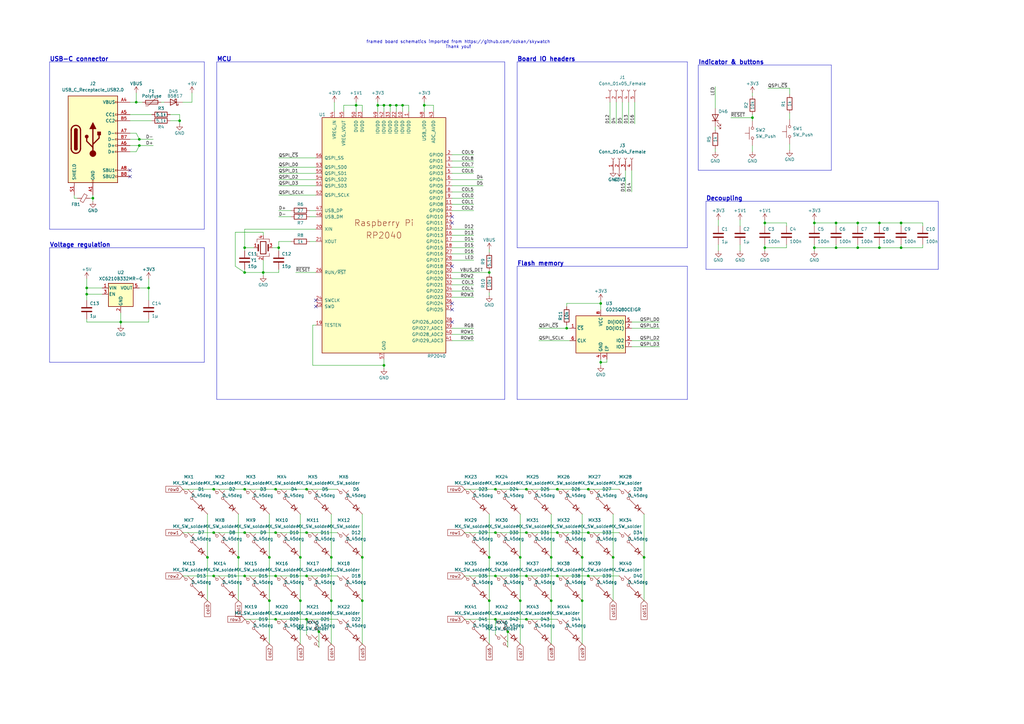
<source format=kicad_sch>
(kicad_sch (version 20231120) (generator "eeschema") (generator_version "8.0")
  (paper "A3")
  (junction (at 154.94 43.18))
  (junction (at 113.03 254))
  (junction (at 148.59 246.38))
  (junction (at 100.33 111.76))
  (junction (at 146.05 43.18))
  (junction (at 203.2 218.44))
  (junction (at 228.6 236.22))
  (junction (at 238.76 246.38))
  (junction (at 342.9 91.44))
  (junction (at 135.89 228.6))
  (junction (at 165.1 43.18))
  (junction (at 38.1 81.28))
  (junction (at 87.63 218.44))
  (junction (at 135.89 246.38))
  (junction (at 226.06 246.38))
  (junction (at 215.9 218.44))
  (junction (at 246.38 148.59))
  (junction (at 241.3 200.66))
  (junction (at 49.53 132.08))
  (junction (at 160.02 43.18))
  (junction (at 232.41 134.62))
  (junction (at 73.66 49.53))
  (junction (at 200.66 111.76))
  (junction (at 55.88 41.91))
  (junction (at 215.9 200.66))
  (junction (at 113.03 218.44))
  (junction (at 148.59 228.6))
  (junction (at 342.9 101.6))
  (junction (at 228.6 200.66))
  (junction (at 200.66 228.6))
  (junction (at 107.95 111.76))
  (junction (at 369.57 101.6))
  (junction (at 100.33 236.22))
  (junction (at 110.49 228.6))
  (junction (at 125.73 200.66))
  (junction (at 228.6 218.44))
  (junction (at 85.09 228.6))
  (junction (at 60.96 118.11))
  (junction (at 130.81 259.08))
  (junction (at 200.66 246.38))
  (junction (at 308.61 48.26))
  (junction (at 246.38 124.46))
  (junction (at 57.15 57.15))
  (junction (at 334.01 101.6))
  (junction (at 213.36 246.38))
  (junction (at 241.3 236.22))
  (junction (at 35.56 118.11))
  (junction (at 123.19 228.6))
  (junction (at 226.06 228.6))
  (junction (at 264.16 228.6))
  (junction (at 35.56 120.65))
  (junction (at 360.68 91.44))
  (junction (at 125.73 254))
  (junction (at 313.69 101.6))
  (junction (at 369.57 91.44))
  (junction (at 203.2 236.22))
  (junction (at 113.03 200.66))
  (junction (at 351.79 101.6))
  (junction (at 241.3 218.44))
  (junction (at 114.3 101.6))
  (junction (at 173.99 43.18))
  (junction (at 360.68 101.6))
  (junction (at 334.01 91.44))
  (junction (at 203.2 254))
  (junction (at 208.28 259.08))
  (junction (at 313.69 91.44))
  (junction (at 87.63 236.22))
  (junction (at 123.19 246.38))
  (junction (at 125.73 236.22))
  (junction (at 100.33 218.44))
  (junction (at 113.03 236.22))
  (junction (at 251.46 228.6))
  (junction (at 162.56 43.18))
  (junction (at 87.63 200.66))
  (junction (at 100.33 101.6))
  (junction (at 203.2 200.66))
  (junction (at 238.76 228.6))
  (junction (at 215.9 254))
  (junction (at 213.36 228.6))
  (junction (at 157.48 43.18))
  (junction (at 215.9 236.22))
  (junction (at 97.79 228.6))
  (junction (at 57.15 59.69))
  (junction (at 110.49 246.38))
  (junction (at 157.48 149.86))
  (junction (at 100.33 200.66))
  (junction (at 351.79 91.44))
  (junction (at 125.73 218.44))
  (no_connect (at 185.42 88.9))
  (no_connect (at 185.42 109.22))
  (no_connect (at 129.54 125.73))
  (no_connect (at 185.42 91.44))
  (no_connect (at 185.42 132.08))
  (no_connect (at 185.42 124.46))
  (no_connect (at 53.34 72.39))
  (no_connect (at 129.54 123.19))
  (no_connect (at 185.42 127))
  (no_connect (at 53.34 69.85))
  (wire (pts (xy 294.64 100.33) (xy 294.64 102.87)))
  (wire (pts (xy 100.33 200.66) (xy 113.03 200.66)))
  (wire (pts (xy 190.5 236.22) (xy 203.2 236.22)))
  (wire (pts (xy 251.46 210.82) (xy 251.46 228.6)))
  (wire (pts (xy 55.88 38.1) (xy 55.88 41.91)))
  (wire (pts (xy 167.64 45.72) (xy 167.64 43.18)))
  (wire (pts (xy 130.81 259.08) (xy 130.81 265.43)))
  (wire (pts (xy 220.98 139.7) (xy 233.68 139.7)))
  (wire (pts (xy 157.48 149.86) (xy 157.48 151.13)))
  (wire (pts (xy 308.61 59.69) (xy 308.61 62.23)))
  (wire (pts (xy 127 88.9) (xy 129.54 88.9)))
  (wire (pts (xy 35.56 118.11) (xy 35.56 120.65)))
  (wire (pts (xy 113.03 218.44) (xy 125.73 218.44)))
  (wire (pts (xy 148.59 210.82) (xy 148.59 228.6)))
  (polyline (pts (xy 20.32 93.98) (xy 20.32 25.4)))
  (wire (pts (xy 100.33 254) (xy 113.03 254)))
  (wire (pts (xy 114.3 64.77) (xy 129.54 64.77)))
  (wire (pts (xy 351.79 101.6) (xy 360.68 101.6)))
  (wire (pts (xy 293.37 60.96) (xy 293.37 62.23)))
  (wire (pts (xy 259.08 78.74) (xy 259.08 69.85)))
  (wire (pts (xy 125.73 254) (xy 138.43 254)))
  (wire (pts (xy 140.97 43.18) (xy 146.05 43.18)))
  (wire (pts (xy 49.53 128.27) (xy 49.53 132.08)))
  (wire (pts (xy 308.61 48.26) (xy 308.61 49.53)))
  (wire (pts (xy 114.3 88.9) (xy 119.38 88.9)))
  (wire (pts (xy 246.38 147.32) (xy 246.38 148.59)))
  (wire (pts (xy 74.93 41.91) (xy 78.74 41.91)))
  (wire (pts (xy 74.93 200.66) (xy 87.63 200.66)))
  (wire (pts (xy 200.66 246.38) (xy 200.66 264.16)))
  (wire (pts (xy 226.06 246.38) (xy 226.06 264.16)))
  (wire (pts (xy 260.35 41.91) (xy 260.35 50.8)))
  (wire (pts (xy 87.63 218.44) (xy 100.33 218.44)))
  (wire (pts (xy 323.85 59.055) (xy 323.85 61.595)))
  (wire (pts (xy 110.49 246.38) (xy 110.49 264.16)))
  (wire (pts (xy 232.41 124.46) (xy 246.38 124.46)))
  (wire (pts (xy 232.41 133.35) (xy 232.41 134.62)))
  (wire (pts (xy 100.33 102.87) (xy 100.33 101.6)))
  (polyline (pts (xy 88.9 163.83) (xy 207.01 163.83)))
  (wire (pts (xy 173.99 43.18) (xy 173.99 45.72)))
  (wire (pts (xy 257.81 41.91) (xy 257.81 50.8)))
  (polyline (pts (xy 20.32 25.4) (xy 83.82 25.4)))
  (wire (pts (xy 148.59 246.38) (xy 148.59 264.16)))
  (wire (pts (xy 107.95 95.25) (xy 96.52 95.25)))
  (polyline (pts (xy 289.56 82.55) (xy 384.81 82.55)))
  (polyline (pts (xy 207.01 25.4) (xy 88.9 25.4)))
  (wire (pts (xy 185.42 99.06) (xy 194.31 99.06)))
  (wire (pts (xy 107.95 96.52) (xy 107.95 95.25)))
  (wire (pts (xy 313.69 91.44) (xy 313.69 92.71)))
  (wire (pts (xy 165.1 43.18) (xy 167.64 43.18)))
  (wire (pts (xy 74.93 236.22) (xy 87.63 236.22)))
  (wire (pts (xy 128.27 133.35) (xy 128.27 149.86)))
  (wire (pts (xy 246.38 124.46) (xy 246.38 127)))
  (wire (pts (xy 128.27 133.35) (xy 129.54 133.35)))
  (wire (pts (xy 215.9 200.66) (xy 228.6 200.66)))
  (wire (pts (xy 322.58 100.33) (xy 322.58 101.6)))
  (wire (pts (xy 30.48 81.28) (xy 31.75 81.28)))
  (wire (pts (xy 57.15 57.15) (xy 53.34 57.15)))
  (wire (pts (xy 100.33 218.44) (xy 113.03 218.44)))
  (wire (pts (xy 123.19 228.6) (xy 123.19 246.38)))
  (wire (pts (xy 185.42 66.04) (xy 194.31 66.04)))
  (wire (pts (xy 226.06 210.82) (xy 226.06 228.6)))
  (wire (pts (xy 35.56 114.3) (xy 35.56 118.11)))
  (wire (pts (xy 60.96 118.11) (xy 60.96 123.19)))
  (wire (pts (xy 107.95 111.76) (xy 114.3 111.76)))
  (wire (pts (xy 185.42 116.84) (xy 194.31 116.84)))
  (wire (pts (xy 185.42 81.28) (xy 194.31 81.28)))
  (wire (pts (xy 165.1 43.18) (xy 165.1 45.72)))
  (wire (pts (xy 246.38 148.59) (xy 248.92 148.59)))
  (polyline (pts (xy 286.385 69.85) (xy 340.995 69.85)))
  (wire (pts (xy 270.51 134.62) (xy 259.08 134.62)))
  (wire (pts (xy 162.56 43.18) (xy 162.56 45.72)))
  (wire (pts (xy 36.83 81.28) (xy 38.1 81.28)))
  (wire (pts (xy 49.53 132.08) (xy 60.96 132.08)))
  (wire (pts (xy 241.3 218.44) (xy 254 218.44)))
  (wire (pts (xy 360.68 91.44) (xy 369.57 91.44)))
  (wire (pts (xy 148.59 228.6) (xy 148.59 246.38)))
  (wire (pts (xy 270.51 132.08) (xy 259.08 132.08)))
  (polyline (pts (xy 20.32 101.6) (xy 83.82 101.6)))
  (wire (pts (xy 113.03 254) (xy 125.73 254)))
  (wire (pts (xy 100.33 111.76) (xy 107.95 111.76)))
  (wire (pts (xy 114.3 99.06) (xy 114.3 101.6)))
  (wire (pts (xy 270.51 142.24) (xy 259.08 142.24)))
  (wire (pts (xy 185.42 111.76) (xy 200.66 111.76)))
  (wire (pts (xy 127 99.06) (xy 129.54 99.06)))
  (wire (pts (xy 185.42 121.92) (xy 194.31 121.92)))
  (wire (pts (xy 157.48 43.18) (xy 160.02 43.18)))
  (wire (pts (xy 308.61 38.1) (xy 308.61 39.37)))
  (wire (pts (xy 323.85 36.195) (xy 323.85 38.735)))
  (wire (pts (xy 251.46 228.6) (xy 251.46 246.38)))
  (wire (pts (xy 323.85 46.355) (xy 323.85 48.895)))
  (wire (pts (xy 110.49 228.6) (xy 110.49 246.38)))
  (wire (pts (xy 208.28 259.08) (xy 208.28 265.43)))
  (wire (pts (xy 241.3 236.22) (xy 254 236.22)))
  (wire (pts (xy 203.2 218.44) (xy 215.9 218.44)))
  (polyline (pts (xy 281.94 163.83) (xy 281.94 109.22)))
  (wire (pts (xy 190.5 200.66) (xy 203.2 200.66)))
  (wire (pts (xy 97.79 228.6) (xy 97.79 246.38)))
  (wire (pts (xy 185.42 73.66) (xy 198.12 73.66)))
  (wire (pts (xy 100.33 93.98) (xy 129.54 93.98)))
  (wire (pts (xy 185.42 63.5) (xy 194.31 63.5)))
  (wire (pts (xy 200.66 111.125) (xy 200.66 111.76)))
  (wire (pts (xy 220.98 134.62) (xy 232.41 134.62)))
  (wire (pts (xy 55.88 62.23) (xy 53.34 62.23)))
  (wire (pts (xy 114.3 101.6) (xy 114.3 102.87)))
  (wire (pts (xy 35.56 120.65) (xy 35.56 123.19)))
  (wire (pts (xy 213.36 210.82) (xy 213.36 228.6)))
  (wire (pts (xy 111.76 101.6) (xy 114.3 101.6)))
  (wire (pts (xy 185.42 114.3) (xy 194.31 114.3)))
  (wire (pts (xy 308.61 46.99) (xy 308.61 48.26)))
  (wire (pts (xy 57.15 59.69) (xy 62.865 59.69)))
  (polyline (pts (xy 83.82 93.98) (xy 20.32 93.98)))
  (wire (pts (xy 213.36 228.6) (xy 213.36 246.38)))
  (wire (pts (xy 190.5 218.44) (xy 203.2 218.44)))
  (wire (pts (xy 299.72 48.26) (xy 308.61 48.26)))
  (wire (pts (xy 228.6 218.44) (xy 241.3 218.44)))
  (wire (pts (xy 113.03 236.22) (xy 125.73 236.22)))
  (wire (pts (xy 185.42 71.12) (xy 194.31 71.12)))
  (wire (pts (xy 38.1 80.01) (xy 38.1 81.28)))
  (wire (pts (xy 154.94 43.18) (xy 157.48 43.18)))
  (wire (pts (xy 334.01 91.44) (xy 342.9 91.44)))
  (wire (pts (xy 313.69 101.6) (xy 322.58 101.6)))
  (wire (pts (xy 241.3 200.66) (xy 254 200.66)))
  (polyline (pts (xy 212.09 163.83) (xy 281.94 163.83)))
  (polyline (pts (xy 207.01 163.83) (xy 207.01 25.4)))
  (wire (pts (xy 246.38 123.19) (xy 246.38 124.46)))
  (wire (pts (xy 213.36 246.38) (xy 213.36 264.16)))
  (wire (pts (xy 200.66 228.6) (xy 200.66 246.38)))
  (wire (pts (xy 146.05 43.18) (xy 148.59 43.18)))
  (wire (pts (xy 78.74 38.1) (xy 78.74 41.91)))
  (wire (pts (xy 270.51 139.7) (xy 259.08 139.7)))
  (wire (pts (xy 313.69 91.44) (xy 322.58 91.44)))
  (wire (pts (xy 100.33 236.22) (xy 113.03 236.22)))
  (wire (pts (xy 157.48 43.18) (xy 157.48 45.72)))
  (wire (pts (xy 228.6 200.66) (xy 241.3 200.66)))
  (wire (pts (xy 185.42 78.74) (xy 194.31 78.74)))
  (polyline (pts (xy 88.9 25.4) (xy 88.9 163.83)))
  (polyline (pts (xy 289.56 82.55) (xy 289.56 110.49)))
  (wire (pts (xy 203.2 236.22) (xy 215.9 236.22)))
  (wire (pts (xy 140.97 45.72) (xy 140.97 43.18)))
  (wire (pts (xy 125.73 200.66) (xy 138.43 200.66)))
  (wire (pts (xy 160.02 43.18) (xy 162.56 43.18)))
  (wire (pts (xy 100.33 101.6) (xy 100.33 93.98)))
  (wire (pts (xy 334.01 100.33) (xy 334.01 101.6)))
  (wire (pts (xy 73.66 49.53) (xy 73.66 50.8)))
  (wire (pts (xy 185.42 134.62) (xy 194.31 134.62)))
  (wire (pts (xy 360.68 100.33) (xy 360.68 101.6)))
  (wire (pts (xy 334.01 90.17) (xy 334.01 91.44)))
  (wire (pts (xy 190.5 254) (xy 203.2 254)))
  (wire (pts (xy 114.3 76.2) (xy 129.54 76.2)))
  (polyline (pts (xy 384.81 110.49) (xy 384.81 82.55)))
  (polyline (pts (xy 286.385 26.67) (xy 286.385 69.85)))
  (polyline (pts (xy 83.82 25.4) (xy 83.82 93.98)))
  (wire (pts (xy 185.42 139.7) (xy 194.31 139.7)))
  (wire (pts (xy 146.05 41.91) (xy 146.05 43.18)))
  (polyline (pts (xy 286.385 26.67) (xy 340.995 26.67)))
  (wire (pts (xy 35.56 132.08) (xy 49.53 132.08)))
  (wire (pts (xy 173.99 41.91) (xy 173.99 43.18)))
  (wire (pts (xy 125.73 254) (xy 125.73 260.35)))
  (wire (pts (xy 228.6 236.22) (xy 241.3 236.22)))
  (wire (pts (xy 313.69 90.17) (xy 313.69 91.44)))
  (wire (pts (xy 157.48 147.32) (xy 157.48 149.86)))
  (wire (pts (xy 264.16 210.82) (xy 264.16 228.6)))
  (wire (pts (xy 303.53 90.17) (xy 303.53 92.71)))
  (wire (pts (xy 114.3 68.58) (xy 129.54 68.58)))
  (wire (pts (xy 35.56 130.81) (xy 35.56 132.08)))
  (wire (pts (xy 313.69 101.6) (xy 313.69 102.87)))
  (wire (pts (xy 185.42 137.16) (xy 194.31 137.16)))
  (wire (pts (xy 293.37 52.07) (xy 293.37 53.34)))
  (wire (pts (xy 256.54 69.85) (xy 256.54 78.74)))
  (wire (pts (xy 154.94 41.91) (xy 154.94 43.18)))
  (wire (pts (xy 185.42 104.14) (xy 194.31 104.14)))
  (wire (pts (xy 342.9 101.6) (xy 351.79 101.6)))
  (wire (pts (xy 185.42 68.58) (xy 194.31 68.58)))
  (wire (pts (xy 87.63 236.22) (xy 100.33 236.22)))
  (wire (pts (xy 53.34 49.53) (xy 62.23 49.53)))
  (wire (pts (xy 378.46 100.33) (xy 378.46 101.6)))
  (wire (pts (xy 264.16 228.6) (xy 264.16 246.38)))
  (wire (pts (xy 252.73 50.8) (xy 252.73 41.91)))
  (wire (pts (xy 342.9 100.33) (xy 342.9 101.6)))
  (wire (pts (xy 342.9 91.44) (xy 351.79 91.44)))
  (wire (pts (xy 127 86.36) (xy 129.54 86.36)))
  (wire (pts (xy 38.1 81.28) (xy 38.1 82.55)))
  (wire (pts (xy 334.01 91.44) (xy 334.01 92.71)))
  (wire (pts (xy 351.79 100.33) (xy 351.79 101.6)))
  (wire (pts (xy 53.34 46.99) (xy 62.23 46.99)))
  (polyline (pts (xy 281.94 109.22) (xy 212.09 109.22)))
  (wire (pts (xy 128.27 149.86) (xy 157.48 149.86)))
  (wire (pts (xy 113.03 200.66) (xy 125.73 200.66)))
  (wire (pts (xy 154.94 43.18) (xy 154.94 45.72)))
  (wire (pts (xy 66.04 41.91) (xy 67.31 41.91)))
  (wire (pts (xy 160.02 43.18) (xy 160.02 45.72)))
  (wire (pts (xy 74.93 218.44) (xy 87.63 218.44)))
  (wire (pts (xy 69.85 46.99) (xy 73.66 46.99)))
  (wire (pts (xy 57.15 57.15) (xy 62.865 57.15)))
  (wire (pts (xy 123.19 210.82) (xy 123.19 228.6)))
  (wire (pts (xy 360.68 101.6) (xy 369.57 101.6)))
  (wire (pts (xy 185.42 76.2) (xy 198.12 76.2)))
  (wire (pts (xy 238.76 228.6) (xy 238.76 246.38)))
  (wire (pts (xy 35.56 120.65) (xy 41.91 120.65)))
  (wire (pts (xy 342.9 91.44) (xy 342.9 92.71)))
  (wire (pts (xy 215.9 236.22) (xy 228.6 236.22)))
  (wire (pts (xy 55.88 54.61) (xy 57.15 57.15)))
  (wire (pts (xy 177.8 45.72) (xy 177.8 43.18)))
  (wire (pts (xy 255.27 41.91) (xy 255.27 50.8)))
  (wire (pts (xy 119.38 99.06) (xy 114.3 99.06)))
  (wire (pts (xy 49.53 132.08) (xy 49.53 133.35)))
  (wire (pts (xy 185.42 101.6) (xy 194.31 101.6)))
  (wire (pts (xy 121.285 111.76) (xy 129.54 111.76)))
  (wire (pts (xy 125.73 236.22) (xy 138.43 236.22)))
  (wire (pts (xy 369.57 101.6) (xy 378.46 101.6)))
  (wire (pts (xy 85.09 210.82) (xy 85.09 228.6)))
  (wire (pts (xy 293.37 35.56) (xy 293.37 44.45)))
  (wire (pts (xy 162.56 43.18) (xy 165.1 43.18)))
  (wire (pts (xy 334.01 101.6) (xy 334.01 102.87)))
  (polyline (pts (xy 281.94 101.6) (xy 281.94 25.4)))
  (wire (pts (xy 226.06 228.6) (xy 226.06 246.38)))
  (wire (pts (xy 96.52 109.22) (xy 100.33 111.76)))
  (wire (pts (xy 200.66 111.76) (xy 200.66 112.395)))
  (wire (pts (xy 238.76 246.38) (xy 238.76 264.16)))
  (wire (pts (xy 73.66 46.99) (xy 73.66 49.53)))
  (wire (pts (xy 35.56 118.11) (xy 41.91 118.11)))
  (wire (pts (xy 294.64 90.17) (xy 294.64 92.71)))
  (wire (pts (xy 148.59 45.72) (xy 148.59 43.18)))
  (wire (pts (xy 203.2 200.66) (xy 215.9 200.66)))
  (wire (pts (xy 185.42 106.68) (xy 194.31 106.68)))
  (wire (pts (xy 135.89 210.82) (xy 135.89 228.6)))
  (wire (pts (xy 314.96 36.195) (xy 323.85 36.195)))
  (wire (pts (xy 248.92 147.32) (xy 248.92 148.59)))
  (wire (pts (xy 215.9 218.44) (xy 228.6 218.44)))
  (wire (pts (xy 369.57 91.44) (xy 369.57 92.71)))
  (wire (pts (xy 351.79 91.44) (xy 351.79 92.71)))
  (wire (pts (xy 215.9 254) (xy 228.6 254)))
  (wire (pts (xy 334.01 101.6) (xy 342.9 101.6)))
  (wire (pts (xy 378.46 92.71) (xy 378.46 91.44)))
  (wire (pts (xy 85.09 228.6) (xy 85.09 246.38)))
  (wire (pts (xy 114.3 86.36) (xy 119.38 86.36)))
  (wire (pts (xy 114.3 71.12) (xy 129.54 71.12)))
  (wire (pts (xy 107.95 106.68) (xy 107.95 111.76)))
  (polyline (pts (xy 20.32 148.59) (xy 20.32 101.6)))
  (wire (pts (xy 135.89 228.6) (xy 135.89 246.38)))
  (wire (pts (xy 203.2 254) (xy 203.2 260.35)))
  (wire (pts (xy 173.99 43.18) (xy 177.8 43.18)))
  (wire (pts (xy 250.19 50.8) (xy 250.19 41.91)))
  (wire (pts (xy 185.42 119.38) (xy 194.31 119.38)))
  (polyline (pts (xy 83.82 101.6) (xy 83.82 148.59)))
  (polyline (pts (xy 340.995 69.85) (xy 340.995 26.67)))
  (wire (pts (xy 137.16 41.91) (xy 137.16 45.72)))
  (wire (pts (xy 360.68 91.44) (xy 360.68 92.71)))
  (wire (pts (xy 185.42 86.36) (xy 194.31 86.36)))
  (wire (pts (xy 100.33 101.6) (xy 104.14 101.6)))
  (wire (pts (xy 57.15 59.69) (xy 55.88 62.23)))
  (wire (pts (xy 114.3 80.01) (xy 129.54 80.01)))
  (wire (pts (xy 107.95 111.76) (xy 107.95 113.03)))
  (wire (pts (xy 97.79 210.82) (xy 97.79 228.6)))
  (polyline (pts (xy 212.09 25.4) (xy 212.09 101.6)))
  (wire (pts (xy 96.52 95.25) (xy 96.52 109.22)))
  (wire (pts (xy 110.49 210.82) (xy 110.49 228.6)))
  (wire (pts (xy 135.89 246.38) (xy 135.89 264.16)))
  (wire (pts (xy 60.96 114.3) (xy 60.96 118.11)))
  (wire (pts (xy 200.66 102.235) (xy 200.66 103.505)))
  (polyline (pts (xy 281.94 25.4) (xy 212.09 25.4)))
  (wire (pts (xy 123.19 246.38) (xy 123.19 264.16)))
  (polyline (pts (xy 212.09 101.6) (xy 281.94 101.6)))
  (wire (pts (xy 203.2 254) (xy 215.9 254)))
  (wire (pts (xy 238.76 210.82) (xy 238.76 228.6)))
  (wire (pts (xy 53.34 54.61) (xy 55.88 54.61)))
  (wire (pts (xy 232.41 134.62) (xy 233.68 134.62)))
  (wire (pts (xy 369.57 91.44) (xy 378.46 91.44)))
  (wire (pts (xy 232.41 125.73) (xy 232.41 124.46)))
  (wire (pts (xy 246.38 148.59) (xy 246.38 149.86)))
  (wire (pts (xy 87.63 200.66) (xy 100.33 200.66)))
  (wire (pts (xy 185.42 83.82) (xy 194.31 83.82)))
  (wire (pts (xy 53.34 59.69) (xy 57.15 59.69)))
  (polyline (pts (xy 83.82 148.59) (xy 20.32 148.59)))
  (wire (pts (xy 60.96 130.81) (xy 60.96 132.08)))
  (wire (pts (xy 313.69 100.33) (xy 313.69 101.6)))
  (wire (pts (xy 369.57 100.33) (xy 369.57 101.6)))
  (wire (pts (xy 30.48 80.01) (xy 30.48 81.28)))
  (wire (pts (xy 322.58 92.71) (xy 322.58 91.44)))
  (wire (pts (xy 200.66 210.82) (xy 200.66 228.6)))
  (wire (pts (xy 100.33 110.49) (xy 100.33 111.76)))
  (polyline (pts (xy 212.09 109.22) (xy 212.09 163.83)))
  (polyline (pts (xy 289.56 110.49) (xy 384.81 110.49)))
  (wire (pts (xy 125.73 218.44) (xy 138.43 218.44)))
  (wire (pts (xy 57.15 118.11) (xy 60.96 118.11)))
  (wire (pts (xy 146.05 43.18) (xy 146.05 45.72)))
  (wire (pts (xy 53.34 41.91) (xy 55.88 41.91)))
  (wire (pts (xy 55.88 41.91) (xy 58.42 41.91)))
  (wire (pts (xy 69.85 49.53) (xy 73.66 49.53)))
  (wire (pts (xy 185.42 96.52) (xy 194.31 96.52)))
  (wire (pts (xy 303.53 100.33) (xy 303.53 102.87)))
  (wire (pts (xy 114.3 73.66) (xy 129.54 73.66)))
  (wire (pts (xy 351.79 91.44) (xy 360.68 91.44)))
  (wire (pts (xy 114.3 111.76) (xy 114.3 110.49)))
  (wire (pts (xy 200.66 120.015) (xy 200.66 121.285)))
  (wire (pts (xy 185.42 93.98) (xy 194.31 93.98)))
  (text "Board IO headers" (at 212.09 25.4 0) (effects (font (size 1.778 1.778) (thickness 0.3556) (bold yes)) (justify left bottom)))
  (text "Voltage regulation" (at 20.32 101.6 0) (effects (font (size 1.778 1.778) (thickness 0.3556) (bold yes)) (justify left bottom)))
  (text "Flash memory" (at 212.09 109.22 0) (effects (font (size 1.778 1.778) (thickness 0.3556) (bold yes)) (justify left bottom)))
  (text "Decoupling" (at 289.56 82.55 0) (effects (font (size 1.778 1.778) (thickness 0.3556) (bold yes)) (justify left bottom)))
  (text "USB-C connector" (at 20.32 25.4 0) (effects (font (size 1.778 1.778) (thickness 0.3556) (bold yes)) (justify left bottom)))
  (text "Indicator & buttons" (at 286.385 26.67 0) (effects (font (size 1.778 1.778) (thickness 0.3556) (bold yes)) (justify left bottom)))
  (text "framed board schematics imported from https://github.com/ozkan/skywatch\nThank you!" (at 187.96 18.288 0) (effects (font (size 1.27 1.27))))
  (text "MCU" (at 88.9 25.4 0) (effects (font (size 1.778 1.778) (thickness 0.3556) (bold yes)) (justify left bottom)))
  (label "D14" (at 194.31 99.06 180))
  (label "D+" (at 114.3 86.36 0))
  (label "LED" (at 194.31 106.68 180))
  (label "~{RESET}" (at 299.72 48.26 0))
  (label "D13" (at 194.31 96.52 180))
  (label "QSPI_D0" (at 114.3 68.58 0))
  (label "D4" (at 198.12 73.66 180))
  (label "COL2" (at 194.31 86.36 180))
  (label "COL7" (at 194.31 68.58 180))
  (label "D12" (at 250.19 50.8 90))
  (label "ROW2" (at 194.31 114.3 180))
  (label "QSPI_D1" (at 114.3 71.12 0))
  (label "COL0" (at 194.31 81.28 180))
  (label "ROW3" (at 194.31 121.92 180))
  (label "COL4" (at 194.31 119.38 180))
  (label "QSPI_D3" (at 270.51 142.24 180))
  (label "LED" (at 293.37 35.56 270))
  (label "~{RESET}" (at 121.285 111.76 0))
  (label "D4" (at 252.73 50.8 90))
  (label "D5" (at 255.27 50.8 90))
  (label "D16" (at 260.35 50.8 90))
  (label "D+" (at 62.865 59.69 180))
  (label "COL5" (at 194.31 78.74 180))
  (label "D14" (at 259.08 78.74 90))
  (label "D15" (at 256.54 78.74 90))
  (label "D13" (at 257.81 50.8 90))
  (label "QSPI_~{CS}" (at 220.98 134.62 0))
  (label "QSPI_D1" (at 270.51 134.62 180))
  (label "QSPI_SCLK" (at 114.3 80.01 0))
  (label "COL6" (at 194.31 71.12 180))
  (label "QSPI_D0" (at 270.51 132.08 180))
  (label "QSPI_SCLK" (at 220.98 139.7 0))
  (label "COL8" (at 194.31 66.04 180))
  (label "D15" (at 194.31 101.6 180))
  (label "COL1" (at 194.31 83.82 180))
  (label "D12" (at 194.31 93.98 180))
  (label "QSPI_~{CS}" (at 314.96 36.195 0))
  (label "QSPI_D2" (at 270.51 139.7 180))
  (label "RGB" (at 194.31 134.62 180))
  (label "QSPI_D2" (at 114.3 73.66 0))
  (label "QSPI_~{CS}" (at 114.3 64.77 0))
  (label "D-" (at 62.865 57.15 180))
  (label "QSPI_D3" (at 114.3 76.2 0))
  (label "ROW1" (at 194.31 137.16 180))
  (label "VBUS_DET" (at 198.12 111.76 180))
  (label "COL3" (at 194.31 116.84 180))
  (label "D16" (at 194.31 104.14 180))
  (label "COL9" (at 194.31 63.5 180))
  (label "D-" (at 114.3 88.9 0))
  (label "ROW0" (at 194.31 139.7 180))
  (label "D5" (at 198.12 76.2 180))
  (global_label "row1" (shape input) (at 74.93 218.44 180) (property "Intersheetrefs" "${INTERSHEET_REFS}" (effects (hide yes))))
  (global_label "col3" (shape input) (at 123.19 264.16 270) (property "Intersheetrefs" "${INTERSHEET_REFS}" (effects (hide yes))))
  (global_label "col10" (shape input) (at 251.46 246.38 270) (property "Intersheetrefs" "${INTERSHEET_REFS}" (effects (hide yes))))
  (global_label "col7" (shape input) (at 213.36 264.16 270) (property "Intersheetrefs" "${INTERSHEET_REFS}" (effects (hide yes))))
  (global_label "col5" (shape input) (at 148.59 264.16 270) (property "Intersheetrefs" "${INTERSHEET_REFS}" (effects (hide yes))))
  (global_label "row2" (shape input) (at 74.93 236.22 180) (property "Intersheetrefs" "${INTERSHEET_REFS}" (effects (hide yes))))
  (global_label "col2" (shape input) (at 110.49 264.16 270) (property "Intersheetrefs" "${INTERSHEET_REFS}" (effects (hide yes))))
  (global_label "row2" (shape input) (at 190.5 236.22 180) (property "Intersheetrefs" "${INTERSHEET_REFS}" (effects (hide yes))))
  (global_label "row1" (shape input) (at 190.5 218.44 180) (property "Intersheetrefs" "${INTERSHEET_REFS}" (effects (hide yes))))
  (global_label "col9" (shape input) (at 238.76 264.16 270) (property "Intersheetrefs" "${INTERSHEET_REFS}" (effects (hide yes))))
  (global_label "col8" (shape input) (at 226.06 264.16 270) (property "Intersheetrefs" "${INTERSHEET_REFS}" (effects (hide yes))))
  (global_label "col1" (shape input) (at 97.79 246.38 270) (property "Intersheetrefs" "${INTERSHEET_REFS}" (effects (hide yes))))
  (global_label "col4" (shape input) (at 135.89 264.16 270) (property "Intersheetrefs" "${INTERSHEET_REFS}" (effects (hide yes))))
  (global_label "row0" (shape input) (at 74.93 200.66 180) (property "Intersheetrefs" "${INTERSHEET_REFS}" (effects (hide yes))))
  (global_label "row3" (shape input) (at 190.5 254 180) (property "Intersheetrefs" "${INTERSHEET_REFS}" (effects (hide yes))))
  (global_label "row0" (shape input) (at 190.5 200.66 180) (property "Intersheetrefs" "${INTERSHEET_REFS}" (effects (hide yes))))
  (global_label "col0" (shape input) (at 85.09 246.38 270) (property "Intersheetrefs" "${INTERSHEET_REFS}" (effects (hide yes))))
  (global_label "col6" (shape input) (at 200.66 264.16 270) (property "Intersheetrefs" "${INTERSHEET_REFS}" (effects (hide yes))))
  (global_label "col11" (shape input) (at 264.16 246.38 270) (property "Intersheetrefs" "${INTERSHEET_REFS}" (effects (hide yes))))
  (global_label "row3" (shape input) (at 100.33 254 180) (property "Intersheetrefs" "${INTERSHEET_REFS}" (effects (hide yes))))
  (symbol (lib_id "Device:R") (at 123.19 86.36 90) (unit 1)
    (property "Reference" "R6" (at 123.19 83.82 90))
    (property "Value" "27" (at 123.19 86.36 90))
    (property "Footprint" "Resistor_SMD:R_0402_1005Metric" (effects (hide yes)))
    (property "LCSC" "C25100" (effects (hide yes)))
  )
  (symbol (lib_id "Device:C") (at 303.53 96.52 0) (unit 1)
    (property "Reference" "C2" (at 304.8 93.98 0) (effects (justify left)))
    (property "Value" "1µ" (at 304.8 99.06 0) (effects (justify left)))
    (property "Footprint" "Capacitor_SMD:C_0402_1005Metric" (effects (hide yes)))
    (property "LCSC" "C52923" (effects (hide yes)))
  )
  (symbol (lib_id "Device:C") (at 322.58 96.52 0) (unit 1)
    (property "Reference" "C4" (at 323.85 93.98 0) (effects (justify left)))
    (property "Value" "100n" (at 323.85 99.06 0) (effects (justify left)))
    (property "Footprint" "Capacitor_SMD:C_0402_1005Metric" (effects (hide yes)))
    (property "LCSC" "C1525" (effects (hide yes)))
  )
  (symbol (lib_id "Device:Polyfuse") (at 62.23 41.91 90) (unit 1)
    (property "Reference" "F1" (at 62.23 37.465 90))
    (property "Value" "Polyfuse" (at 62.23 39.37 90))
    (property "Footprint" "Fuse:Fuse_0603_1608Metric" (effects (hide yes)))
    (property "LCSC" "C69679" (effects (hide yes)))
  )
  (symbol (lib_id "PCM_marbastlib-mx:MX_SW_solder") (at 205.74 256.54 0) (unit 1)
    (property "Reference" "MX42" (at 205.74 248.92 0))
    (property "Value" "MX_SW_solder" (at 205.74 251.46 0))
    (property "Footprint" "PCM_marbastlib-mx:SW_MX_1u" (effects (hide yes)))
    (property "Description" "Push button switch, normally open, two pins, 45° tilted" (effects (hide yes)))
  )
  (symbol (lib_id "power:+3.3V") (at 60.96 114.3 0) (unit 1)
    (property "Reference" "#PWR026" (effects (hide yes)))
    (property "Value" "+3V3" (at 60.96 110.49 0))
  )
  (symbol (lib_id "Device:D_Schottky") (at 71.12 41.91 180) (unit 1)
    (property "Reference" "D45" (at 71.12 37.465 0))
    (property "Value" "B5817" (at 71.755 39.37 0))
    (property "Footprint" "Diode_SMD:D_SOD-323" (effects (hide yes)))
    (property "LCSC" "C123899" (effects (hide yes)))
  )
  (symbol (lib_id "Switch:SW_Push") (at 323.85 53.975 90) (unit 1)
    (property "Reference" "SW1" (at 325.12 52.7049 90) (effects (justify right)))
    (property "Value" "SW_Push" (at 325.12 55.2449 90) (effects (justify right)))
    (property "Footprint" "Button_Switch_SMD:SW_SPST_CK_KXT3" (effects (hide yes)))
    (property "LCSC" "C319433" (effects (hide yes)))
  )
  (symbol (lib_id "PCM_marbastlib-mx:MX_SW_solder") (at 102.87 238.76 0) (unit 1)
    (property "Reference" "MX15" (at 102.87 231.14 0))
    (property "Value" "MX_SW_solder" (at 102.87 233.68 0))
    (property "Footprint" "PCM_marbastlib-mx:SW_MX_1u" (effects (hide yes)))
    (property "Description" "Push button switch, normally open, two pins, 45° tilted" (effects (hide yes)))
  )
  (symbol (lib_id "Device:D_45deg") (at 198.12 208.28 0) (unit 1)
    (property "Reference" "D23" (at 198.12 200.66 0))
    (property "Value" "D_45deg" (at 198.12 203.2 0))
    (property "Footprint" "pcb:D_SOD-123-minimal" (effects (hide yes)))
    (property "Description" "Diode, rotated by 45°" (effects (hide yes)))
    (property "Sim.Device" "D" (effects (hide yes)))
    (property "Sim.Pins" "1=K 2=A" (effects (hide yes)))
  )
  (symbol (lib_id "PCM_marbastlib-mx:MX_SW_solder") (at 115.57 220.98 0) (unit 1)
    (property "Reference" "MX10" (at 115.57 213.36 0))
    (property "Value" "MX_SW_solder" (at 115.57 215.9 0))
    (property "Footprint" "PCM_marbastlib-mx:SW_MX_1u" (effects (hide yes)))
    (property "Description" "Push button switch, normally open, two pins, 45° tilted" (effects (hide yes)))
  )
  (symbol (lib_id "Device:D_45deg") (at 133.35 208.28 0) (unit 1)
    (property "Reference" "D5" (at 133.35 200.66 0))
    (property "Value" "D_45deg" (at 133.35 203.2 0))
    (property "Footprint" "pcb:D_SOD-123-minimal" (effects (hide yes)))
    (property "Description" "Diode, rotated by 45°" (effects (hide yes)))
    (property "Sim.Device" "D" (effects (hide yes)))
    (property "Sim.Pins" "1=K 2=A" (effects (hide yes)))
  )
  (symbol (lib_id "power:GND") (at 323.85 61.595 0) (unit 1)
    (property "Reference" "#PWR09" (effects (hide yes)))
    (property "Value" "GND" (at 323.85 65.405 0))
  )
  (symbol (lib_id "PCM_marbastlib-mx:MX_SW_solder") (at 77.47 203.2 0) (unit 1)
    (property "Reference" "MX1" (at 77.47 195.58 0))
    (property "Value" "MX_SW_solder" (at 77.47 198.12 0))
    (property "Footprint" "PCM_marbastlib-mx:SW_MX_1u" (effects (hide yes)))
    (property "Description" "Push button switch, normally open, two pins, 45° tilted" (effects (hide yes)))
  )
  (symbol (lib_id "PCM_marbastlib-mx:MX_SW_solder") (at 256.54 238.76 0) (unit 1)
    (property "Reference" "MX40" (at 256.54 231.14 0))
    (property "Value" "MX_SW_solder" (at 256.54 233.68 0))
    (property "Footprint" "PCM_marbastlib-mx:SW_MX_1u" (effects (hide yes)))
    (property "Description" "Push button switch, normally open, two pins, 45° tilted" (effects (hide yes)))
  )
  (symbol (lib_id "Device:C") (at 60.96 127 0) (unit 1)
    (property "Reference" "C14" (at 62.23 124.46 0) (effects (justify left)))
    (property "Value" "1µ" (at 62.23 129.54 0) (effects (justify left)))
    (property "Footprint" "Capacitor_SMD:C_0603_1608Metric" (effects (hide yes)))
    (property "LCSC" "C19666" (effects (hide yes)))
  )
  (symbol (lib_id "Device:C") (at 342.9 96.52 0) (unit 1)
    (property "Reference" "C6" (at 344.17 93.98 0) (effects (justify left)))
    (property "Value" "100n" (at 344.17 99.06 0) (effects (justify left)))
    (property "Footprint" "Capacitor_SMD:C_0402_1005Metric" (effects (hide yes)))
    (property "LCSC" "C1525" (effects (hide yes)))
  )
  (symbol (lib_id "Device:D_45deg") (at 120.65 261.62 0) (unit 1)
    (property "Reference" "D20" (at 120.65 254 0))
    (property "Value" "D_45deg" (at 120.65 256.54 0))
    (property "Footprint" "pcb:D_SOD-123-minimal" (effects (hide yes)))
    (property "Description" "Diode, rotated by 45°" (effects (hide yes)))
    (property "Sim.Device" "D" (effects (hide yes)))
    (property "Sim.Pins" "1=K 2=A" (effects (hide yes)))
  )
  (symbol (lib_id "power:GND") (at 313.69 102.87 0) (unit 1)
    (property "Reference" "#PWR022" (effects (hide yes)))
    (property "Value" "GND" (at 313.69 106.68 0))
  )
  (symbol (lib_id "Device:R") (at 123.19 88.9 90) (unit 1)
    (property "Reference" "R7" (at 123.19 91.44 90))
    (property "Value" "27" (at 123.19 88.9 90))
    (property "Footprint" "Resistor_SMD:R_0402_1005Metric" (effects (hide yes)))
    (property "LCSC" "C25100" (effects (hide yes)))
  )
  (symbol (lib_id "power:GND") (at 73.66 50.8 0) (unit 1)
    (property "Reference" "#PWR08" (effects (hide yes)))
    (property "Value" "GND" (at 73.66 54.61 0))
  )
  (symbol (lib_id "PCM_marbastlib-mx:MX_SW_solder") (at 218.44 220.98 0) (unit 1)
    (property "Reference" "MX31" (at 218.44 213.36 0))
    (property "Value" "MX_SW_solder" (at 218.44 215.9 0))
    (property "Footprint" "PCM_marbastlib-mx:SW_MX_1u" (effects (hide yes)))
    (property "Description" "Push button switch, normally open, two pins, 45° tilted" (effects (hide yes)))
  )
  (symbol (lib_id "PCM_marbastlib-mx:MX_SW_solder") (at 193.04 238.76 0) (unit 1)
    (property "Reference" "MX35" (at 193.04 231.14 0))
    (property "Value" "MX_SW_solder" (at 193.04 233.68 0))
    (property "Footprint" "PCM_marbastlib-mx:SW_MX_1u" (effects (hide yes)))
    (property "Description" "Push button switch, normally open, two pins, 45° tilted" (effects (hide yes)))
  )
  (symbol (lib_id "Device:D_45deg") (at 210.82 208.28 0) (unit 1)
    (property "Reference" "D24" (at 210.82 200.66 0))
    (property "Value" "D_45deg" (at 210.82 203.2 0))
    (property "Footprint" "pcb:D_SOD-123-minimal" (effects (hide yes)))
    (property "Description" "Diode, rotated by 45°" (effects (hide yes)))
    (property "Sim.Device" "D" (effects (hide yes)))
    (property "Sim.Pins" "1=K 2=A" (effects (hide yes)))
  )
  (symbol (lib_id "power:+3.3V") (at 294.64 90.17 0) (unit 1)
    (property "Reference" "#PWR015" (effects (hide yes)))
    (property "Value" "+3V3" (at 294.64 86.36 0))
  )
  (symbol (lib_id "power:GND") (at 246.38 149.86 0) (unit 1)
    (property "Reference" "#PWR030" (effects (hide yes)))
    (property "Value" "GND" (at 246.38 153.67 0))
  )
  (symbol (lib_id "PCM_marbastlib-mx:MX_SW_solder") (at 193.04 256.54 0) (unit 1)
    (property "Reference" "MX41" (at 193.04 248.92 0))
    (property "Value" "MX_SW_solder" (at 193.04 251.46 0))
    (property "Footprint" "PCM_marbastlib-mx:SW_MX_1u" (effects (hide yes)))
    (property "Description" "Push button switch, normally open, two pins, 45° tilted" (effects (hide yes)))
  )
  (symbol (lib_id "Regulator_Linear:AP2127K-3.3") (at 49.53 120.65 0) (unit 1)
    (property "Reference" "U2" (at 49.53 111.76 0))
    (property "Value" "XC6210B332MR-G" (at 49.53 114.3 0))
    (property "Footprint" "Package_TO_SOT_SMD:SOT-23-5" (effects (hide yes)))
    (property "LCSC" "C82942" (effects (hide yes)))
    (property "LCSC2" "C47719" (effects (hide yes)))
  )
  (symbol (lib_id "Device:Crystal_GND24") (at 107.95 101.6 0) (mirror x) (unit 1)
    (property "Reference" "Y1" (at 104.14 106.68 0))
    (property "Value" "Crystal_GND24" (effects (hide yes)))
    (property "Footprint" "Crystal:Crystal_SMD_2520-4Pin_2.5x2.0mm" (effects (hide yes)))
    (property "LCSC" "C2149204" (effects (hide yes)))
  )
  (symbol (lib_id "Device:C") (at 114.3 106.68 0) (unit 1)
    (property "Reference" "C12" (at 115.57 104.14 0) (effects (justify left)))
    (property "Value" "15p" (at 115.57 109.22 0) (effects (justify left)))
    (property "Footprint" "Capacitor_SMD:C_0402_1005Metric" (effects (hide yes)))
    (property "LCSC" "C1548" (effects (hide yes)))
  )
  (symbol (lib_id "Device:C") (at 334.01 96.52 0) (unit 1)
    (property "Reference" "C5" (at 335.28 93.98 0) (effects (justify left)))
    (property "Value" "100n" (at 335.28 99.06 0) (effects (justify left)))
    (property "Footprint" "Capacitor_SMD:C_0402_1005Metric" (effects (hide yes)))
    (property "LCSC" "C1525" (effects (hide yes)))
  )
  (symbol (lib_id "PCM_marbastlib-mx:MX_SW_solder") (at 231.14 203.2 0) (unit 1)
    (property "Reference" "MX26" (at 231.14 195.58 0))
    (property "Value" "MX_SW_solder" (at 231.14 198.12 0))
    (property "Footprint" "PCM_marbastlib-mx:SW_MX_1u" (effects (hide yes)))
    (property "Description" "Push button switch, normally open, two pins, 45° tilted" (effects (hide yes)))
  )
  (symbol (lib_id "Device:D_45deg") (at 133.35 261.62 0) (unit 1)
    (property "Reference" "D21" (at 133.35 254 0))
    (property "Value" "D_45deg" (at 133.35 256.54 0))
    (property "Footprint" "pcb:D_SOD-123-minimal" (effects (hide yes)))
    (property "Description" "Diode, rotated by 45°" (effects (hide yes)))
    (property "Sim.Device" "D" (effects (hide yes)))
    (property "Sim.Pins" "1=K 2=A" (effects (hide yes)))
  )
  (symbol (lib_id "power:+3.3V") (at 154.94 41.91 0) (unit 1)
    (property "Reference" "#PWR06" (effects (hide yes)))
    (property "Value" "+3V3" (at 154.94 38.1 0))
  )
  (symbol (lib_id "Device:D_45deg") (at 261.62 243.84 0) (unit 1)
    (property "Reference" "D40" (at 261.62 236.22 0))
    (property "Value" "D_45deg" (at 261.62 238.76 0))
    (property "Footprint" "pcb:D_SOD-123-minimal" (effects (hide yes)))
    (property "Description" "Diode, rotated by 45°" (effects (hide yes)))
    (property "Sim.Device" "D" (effects (hide yes)))
    (property "Sim.Pins" "1=K 2=A" (effects (hide yes)))
  )
  (symbol (lib_id "Device:R") (at 293.37 57.15 180) (unit 1)
    (property "Reference" "R5" (at 290.83 57.15 90))
    (property "Value" "1k" (at 293.37 57.15 90))
    (property "Footprint" "Resistor_SMD:R_0402_1005Metric" (effects (hide yes)))
    (property "LCSC" "C11702" (effects (hide yes)))
  )
  (symbol (lib_id "power:VBUS") (at 200.66 102.235 0) (unit 1)
    (property "Reference" "#PWR019" (effects (hide yes)))
    (property "Value" "VBUS" (at 200.66 98.425 0))
  )
  (symbol (lib_id "Device:C") (at 351.79 96.52 0) (unit 1)
    (property "Reference" "C7" (at 353.06 93.98 0) (effects (justify left)))
    (property "Value" "100n" (at 353.06 99.06 0) (effects (justify left)))
    (property "Footprint" "Capacitor_SMD:C_0402_1005Metric" (effects (hide yes)))
    (property "LCSC" "C1525" (effects (hide yes)))
  )
  (symbol (lib_id "Connector:Conn_01x05_Female") (at 255.27 36.83 90) (unit 1)
    (property "Reference" "J1" (at 255.27 31.75 90))
    (property "Value" "Conn_01x05_Female" (at 255.27 34.29 90))
    (property "Footprint" "Connector_PinHeader_2.54mm:PinHeader_1x05_P2.54mm_Vertical" (effects (hide yes)))
  )
  (symbol (lib_id "Device:R") (at 308.61 43.18 180) (unit 1)
    (property "Reference" "R2" (at 306.07 43.18 90))
    (property "Value" "10k" (at 308.61 43.18 90))
    (property "Footprint" "Resistor_SMD:R_0402_1005Metric" (effects (hide yes)))
    (property "LCSC" "C25744" (effects (hide yes)))
  )
  (symbol (lib_id "power:+3.3V") (at 308.61 38.1 0) (unit 1)
    (property "Reference" "#PWR03" (effects (hide yes)))
    (property "Value" "+3V3" (at 308.61 34.29 0))
  )
  (symbol (lib_id "PCM_marbastlib-mx:MX_SW_solder") (at 128.27 262.89 0) (unit 1)
    (property "Reference" "MX45" (at 128.27 255.27 0))
    (property "Value" "MX_SW_solder" (at 128.27 257.81 0))
    (property "Footprint" "PCM_marbastlib-mx:SW_MX_1u" (effects (hide yes)))
    (property "Description" "Push button switch, normally open, two pins, 45° tilted" (effects (hide yes)))
  )
  (symbol (lib_id "Device:R") (at 66.04 49.53 90) (unit 1)
    (property "Reference" "R4" (at 66.04 52.07 90))
    (property "Value" "5.1k" (at 66.04 49.53 90))
    (property "Footprint" "Resistor_SMD:R_0402_1005Metric" (effects (hide yes)))
    (property "LCSC" "C25905" (effects (hide yes)))
  )
  (symbol (lib_id "power:+3.3V") (at 334.01 90.17 0) (unit 1)
    (property "Reference" "#PWR018" (effects (hide yes)))
    (property "Value" "+3V3" (at 334.01 86.36 0))
  )
  (symbol (lib_id "PCM_marbastlib-mx:MX_SW_solder") (at 115.57 203.2 0) (unit 1)
    (property "Reference" "MX4" (at 115.57 195.58 0))
    (property "Value" "MX_SW_solder" (at 115.57 198.12 0))
    (property "Footprint" "PCM_marbastlib-mx:SW_MX_1u" (effects (hide yes)))
    (property "Description" "Push button switch, normally open, two pins, 45° tilted" (effects (hide yes)))
  )
  (symbol (lib_id "power:GND") (at 38.1 82.55 0) (unit 1)
    (property "Reference" "#PWR014" (effects (hide yes)))
    (property "Value" "GND" (at 38.1 86.36 0))
  )
  (symbol (lib_id "Device:R") (at 200.66 107.315 180) (unit 1)
    (property "Reference" "R9" (at 198.12 107.315 90))
    (property "Value" "5.1k" (at 200.66 107.315 90))
    (property "Footprint" "Resistor_SMD:R_0402_1005Metric" (effects (hide yes)))
    (property "LCSC" "C25905" (effects (hide yes)))
  )
  (symbol (lib_id "Device:R") (at 200.66 116.205 180) (unit 1)
    (property "Reference" "R10" (at 198.12 116.205 90))
    (property "Value" "10k" (at 200.66 116.205 90))
    (property "Footprint" "Resistor_SMD:R_0402_1005Metric" (effects (hide yes)))
    (property "LCSC" "C25744" (effects (hide yes)))
  )
  (symbol (lib_id "PCM_marbastlib-mx:MX_SW_solder") (at 193.04 203.2 0) (unit 1)
    (property "Reference" "MX23" (at 193.04 195.58 0))
    (property "Value" "MX_SW_solder" (at 193.04 198.12 0))
    (property "Footprint" "PCM_marbastlib-mx:SW_MX_1u" (effects (hide yes)))
    (property "Description" "Push button switch, normally open, two pins, 45° tilted" (effects (hide yes)))
  )
  (symbol (lib_id "Device:D_45deg") (at 133.35 243.84 0) (unit 1)
    (property "Reference" "D17" (at 133.35 236.22 0))
    (property "Value" "D_45deg" (at 133.35 238.76 0))
    (property "Footprint" "pcb:D_SOD-123-minimal" (effects (hide yes)))
    (property "Description" "Diode, rotated by 45°" (effects (hide yes)))
    (property "Sim.Device" "D" (effects (hide yes)))
    (property "Sim.Pins" "1=K 2=A" (effects (hide yes)))
  )
  (symbol (lib_id "Device:D_45deg") (at 210.82 243.84 0) (unit 1)
    (property "Reference" "D36" (at 210.82 236.22 0))
    (property "Value" "D_45deg" (at 210.82 238.76 0))
    (property "Footprint" "pcb:D_SOD-123-minimal" (effects (hide yes)))
    (property "Description" "Diode, rotated by 45°" (effects (hide yes)))
    (property "Sim.Device" "D" (effects (hide yes)))
    (property "Sim.Pins" "1=K 2=A" (effects (hide yes)))
  )
  (symbol (lib_id "Device:D_45deg") (at 95.25 208.28 0) (unit 1)
    (property "Reference" "D2" (at 95.25 200.66 0))
    (property "Value" "D_45deg" (at 95.25 203.2 0))
    (property "Footprint" "pcb:D_SOD-123-minimal" (effects (hide yes)))
    (property "Description" "Diode, rotated by 45°" (effects (hide yes)))
    (property "Sim.Device" "D" (effects (hide yes)))
    (property "Sim.Pins" "1=K 2=A" (effects (hide yes)))
  )
  (symbol (lib_id "PCM_marbastlib-mx:MX_SW_solder") (at 231.14 256.54 0) (unit 1)
    (property "Reference" "MX44" (at 231.14 248.92 0))
    (property "Value" "MX_SW_solder" (at 231.14 251.46 0))
    (property "Footprint" "PCM_marbastlib-mx:SW_MX_1u" (effects (hide yes)))
    (property "Description" "Push button switch, normally open, two pins, 45° tilted" (effects (hide yes)))
  )
  (symbol (lib_id "PCM_marbastlib-mx:MX_SW_solder") (at 77.47 220.98 0) (unit 1)
    (property "Reference" "MX7" (at 77.47 213.36 0))
    (property "Value" "MX_SW_solder" (at 77.47 215.9 0))
    (property "Footprint" "PCM_marbastlib-mx:SW_MX_1u" (effects (hide yes)))
    (property "Description" "Push button switch, normally open, two pins, 45° tilted" (effects (hide yes)))
  )
  (symbol (lib_id "PCM_marbastlib-mx:MX_SW_solder") (at 256.54 220.98 0) (unit 1)
    (property "Reference" "MX34" (at 256.54 213.36 0))
    (property "Value" "MX_SW_solder" (at 256.54 215.9 0))
    (property "Footprint" "PCM_marbastlib-mx:SW_MX_1u" (effects (hide yes)))
    (property "Description" "Push button switch, normally open, two pins, 45° tilted" (effects (hide yes)))
  )
  (symbol (lib_id "Device:C") (at 100.33 106.68 0) (unit 1)
    (property "Reference" "C11" (at 101.6 104.14 0) (effects (justify left)))
    (property "Value" "15p" (at 101.6 109.22 0) (effects (justify left)))
    (property "Footprint" "Capacitor_SMD:C_0402_1005Metric" (effects (hide yes)))
    (property "LCSC" "C1548" (effects (hide yes)))
  )
  (symbol (lib_id "Device:D_45deg") (at 248.92 208.28 0) (unit 1)
    (property "Reference" "D27" (at 248.92 200.66 0))
    (property "Value" "D_45deg" (at 248.92 203.2 0))
    (property "Footprint" "pcb:D_SOD-123-minimal" (effects (hide yes)))
    (property "Description" "Diode, rotated by 45°" (effects (hide yes)))
    (property "Sim.Device" "D" (effects (hide yes)))
    (property "Sim.Pins" "1=K 2=A" (effects (hide yes)))
  )
  (symbol (lib_id "Device:D_45deg") (at 198.12 243.84 0) (unit 1)
    (property "Reference" "D35" (at 198.12 236.22 0))
    (property "Value" "D_45deg" (at 198.12 238.76 0))
    (property "Footprint" "pcb:D_SOD-123-minimal" (effects (hide yes)))
    (property "Description" "Diode, rotated by 45°" (effects (hide yes)))
    (property "Sim.Device" "D" (effects (hide yes)))
    (property "Sim.Pins" "1=K 2=A" (effects (hide yes)))
  )
  (symbol (lib_id "Device:FerriteBead_Small") (at 34.29 81.28 270) (unit 1)
    (property "Reference" "FB1" (at 29.21 83.82 90) (effects (justify left)))
    (property "Value" "FerriteBead_Small" (effects (hide yes)))
    (property "Footprint" "Inductor_SMD:L_0603_1608Metric" (effects (hide yes)))
    (property "LCSC" "C98288" (effects (hide yes)))
  )
  (symbol (lib_id "PCM_marbastlib-mx:MX_SW_solder") (at 90.17 203.2 0) (unit 1)
    (property "Reference" "MX2" (at 90.17 195.58 0))
    (property "Value" "MX_SW_solder" (at 90.17 198.12 0))
    (property "Footprint" "PCM_marbastlib-mx:SW_MX_1u" (effects (hide yes)))
    (property "Description" "Push button switch, normally open, two pins, 45° tilted" (effects (hide yes)))
  )
  (symbol (lib_id "Device:LED") (at 293.37 48.26 90) (unit 1)
    (property "Reference" "D46" (at 294.64 45.72 90) (effects (justify right)))
    (property "Value" "LED" (effects (hide yes)))
    (property "Footprint" "LED_SMD:LED_0402_1005Metric" (effects (hide yes)))
    (property "LCSC" "C130719" (effects (hide yes)))
  )
  (symbol (lib_id "power:GND") (at 334.01 102.87 0) (unit 1)
    (property "Reference" "#PWR023" (effects (hide yes)))
    (property "Value" "GND" (at 334.01 106.68 0))
  )
  (symbol (lib_id "PCM_marbastlib-mx:MX_SW_solder") (at 140.97 220.98 0) (unit 1)
    (property "Reference" "MX12" (at 140.97 213.36 0))
    (property "Value" "MX_SW_solder" (at 140.97 215.9 0))
    (property "Footprint" "PCM_marbastlib-mx:SW_MX_1u" (effects (hide yes)))
    (property "Description" "Push button switch, normally open, two pins, 45° tilted" (effects (hide yes)))
  )
  (symbol (lib_id "PCM_marbastlib-mx:MX_SW_solder") (at 243.84 220.98 0) (unit 1)
    (property "Reference" "MX33" (at 243.84 213.36 0))
    (property "Value" "MX_SW_solder" (at 243.84 215.9 0))
    (property "Footprint" "PCM_marbastlib-mx:SW_MX_1u" (effects (hide yes)))
    (property "Description" "Push button switch, normally open, two pins, 45° tilted" (effects (hide yes)))
  )
  (symbol (lib_id "Device:D_45deg") (at 82.55 226.06 0) (unit 1)
    (property "Reference" "D7" (at 82.55 218.44 0))
    (property "Value" "D_45deg" (at 82.55 220.98 0))
    (property "Footprint" "pcb:D_SOD-123-minimal" (effects (hide yes)))
    (property "Description" "Diode, rotated by 45°" (effects (hide yes)))
    (property "Sim.Device" "D" (effects (hide yes)))
    (property "Sim.Pins" "1=K 2=A" (effects (hide yes)))
  )
  (symbol (lib_id "PCM_marbastlib-mx:MX_SW_solder") (at 128.27 220.98 0) (unit 1)
    (property "Reference" "MX11" (at 128.27 213.36 0))
    (property "Value" "MX_SW_solder" (at 128.27 215.9 0))
    (property "Footprint" "PCM_marbastlib-mx:SW_MX_1u" (effects (hide yes)))
    (property "Description" "Push button switch, normally open, two pins, 45° tilted" (effects (hide yes)))
  )
  (symbol (lib_id "Device:D_45deg") (at 120.65 208.28 0) (unit 1)
    (property "Reference" "D4" (at 120.65 200.66 0))
    (property "Value" "D_45deg" (at 120.65 203.2 0))
    (property "Footprint" "pcb:D_SOD-123-minimal" (effects (hide yes)))
    (property "Description" "Diode, rotated by 45°" (effects (hide yes)))
    (property "Sim.Device" "D" (effects (hide yes)))
    (property "Sim.Pins" "1=K 2=A" (effects (hide yes)))
  )
  (symbol (lib_id "PCM_marbastlib-mx:MX_SW_solder") (at 193.04 220.98 0) (unit 1)
    (property "Reference" "MX29" (at 193.04 213.36 0))
    (property "Value" "MX_SW_solder" (at 193.04 215.9 0))
    (property "Footprint" "PCM_marbastlib-mx:SW_MX_1u" (effects (hide yes)))
    (property "Description" "Push button switch, normally open, two pins, 45° tilted" (effects (hide yes)))
  )
  (symbol (lib_id "PCM_marbastlib-mx:MX_SW_solder") (at 218.44 203.2 0) (unit 1)
    (property "Reference" "MX25" (at 218.44 195.58 0))
    (property "Value" "MX_SW_solder" (at 218.44 198.12 0))
    (property "Footprint" "PCM_marbastlib-mx:SW_MX_1u" (effects (hide yes)))
    (property "Description" "Push button switch, normally open, two pins, 45° tilted" (effects (hide yes)))
  )
  (symbol (lib_id "Device:D_45deg") (at 146.05 261.62 0) (unit 1)
    (property "Reference" "D22" (at 146.05 254 0))
    (property "Value" "D_45deg" (at 146.05 256.54 0))
    (property "Footprint" "pcb:D_SOD-123-minimal" (effects (hide yes)))
    (property "Description" "Diode, rotated by 45°" (effects (hide yes)))
    (property "Sim.Device" "D" (effects (hide yes)))
    (property "Sim.Pins" "1=K 2=A" (effects (hide yes)))
  )
  (symbol (lib_id "Device:D_45deg") (at 133.35 226.06 0) (unit 1)
    (property "Reference" "D11" (at 133.35 218.44 0))
    (property "Value" "D_45deg" (at 133.35 220.98 0))
    (property "Footprint" "pcb:D_SOD-123-minimal" (effects (hide yes)))
    (property "Description" "Diode, rotated by 45°" (effects (hide yes)))
    (property "Sim.Device" "D" (effects (hide yes)))
    (property "Sim.Pins" "1=K 2=A" (effects (hide yes)))
  )
  (symbol (lib_id "power:+1V1") (at 313.69 90.17 0) (unit 1)
    (property "Reference" "#PWR017" (effects (hide yes)))
    (property "Value" "+1V1" (at 313.69 86.36 0))
  )
  (symbol (lib_id "Device:D_45deg") (at 223.52 243.84 0) (unit 1)
    (property "Reference" "D37" (at 223.52 236.22 0))
    (property "Value" "D_45deg" (at 223.52 238.76 0))
    (property "Footprint" "pcb:D_SOD-123-minimal" (effects (hide yes)))
    (property "Description" "Diode, rotated by 45°" (effects (hide yes)))
    (property "Sim.Device" "D" (effects (hide yes)))
    (property "Sim.Pins" "1=K 2=A" (effects (hide yes)))
  )
  (symbol (lib_id "MCU_RaspberryPi_RP2040:RP2040") (at 157.48 96.52 0) (unit 1)
    (property "Reference" "U1" (at 130.81 46.99 0) (effects (justify left)))
    (property "Value" "RP2040" (at 175.26 146.05 0) (effects (justify left)))
    (property "Footprint" "0xLib_Package_DFN_QFN:QFN-56-1EP_7x7mm_P0.4mm_EP3.2x3.2mm" (effects (hide yes)))
    (property "LCSC" "C2040" (effects (hide yes)))
  )
  (symbol (lib_id "PCM_marbastlib-mx:MX_SW_solder") (at 218.44 256.54 0) (unit 1)
    (property "Reference" "MX43" (at 218.44 248.92 0))
    (property "Value" "MX_SW_solder" (at 218.44 251.46 0))
    (property "Footprint" "PCM_marbastlib-mx:SW_MX_1u" (effects (hide yes)))
    (property "Description" "Push button switch, normally open, two pins, 45° tilted" (effects (hide yes)))
  )
  (symbol (lib_id "Device:D_45deg") (at 146.05 243.84 0) (unit 1)
    (property "Reference" "D18" (at 146.05 236.22 0))
    (property "Value" "D_45deg" (at 146.05 238.76 0))
    (property "Footprint" "pcb:D_SOD-123-minimal" (effects (hide yes)))
    (property "Description" "Diode, rotated by 45°" (effects (hide yes)))
    (property "Sim.Device" "D" (effects (hide yes)))
    (property "Sim.Pins" "1=K 2=A" (effects (hide yes)))
  )
  (symbol (lib_id "Device:C") (at 378.46 96.52 0) (unit 1)
    (property "Reference" "C10" (at 379.73 93.98 0) (effects (justify left)))
    (property "Value" "100n" (at 379.73 99.06 0) (effects (justify left)))
    (property "Footprint" "Capacitor_SMD:C_0402_1005Metric" (effects (hide yes)))
    (property "LCSC" "C1525" (effects (hide yes)))
  )
  (symbol (lib_id "Switch:SW_Push") (at 308.61 54.61 90) (unit 1)
    (property "Reference" "SW2" (at 309.88 53.3399 90) (effects (justify right)))
    (property "Value" "SW_Push" (at 309.88 55.8799 90) (effects (justify right)))
    (property "Footprint" "Button_Switch_SMD:SW_SPST_CK_KXT3" (effects (hide yes)))
    (property "LCSC" "C319433" (effects (hide yes)))
  )
  (symbol (lib_id "Device:D_45deg") (at 223.52 261.62 0) (unit 1)
    (property "Reference" "D43" (at 223.52 254 0))
    (property "Value" "D_45deg" (at 223.52 256.54 0))
    (property "Footprint" "pcb:D_SOD-123-minimal" (effects (hide yes)))
    (property "Description" "Diode, rotated by 45°" (effects (hide yes)))
    (property "Sim.Device" "D" (effects (hide yes)))
    (property "Sim.Pins" "1=K 2=A" (effects (hide yes)))
  )
  (symbol (lib_id "Device:D_45deg") (at 95.25 243.84 0) (unit 1)
    (property "Reference" "D14" (at 95.25 236.22 0))
    (property "Value" "D_45deg" (at 95.25 238.76 0))
    (property "Footprint" "pcb:D_SOD-123-minimal" (effects (hide yes)))
    (property "Description" "Diode, rotated by 45°" (effects (hide yes)))
    (property "Sim.Device" "D" (effects (hide yes)))
    (property "Sim.Pins" "1=K 2=A" (effects (hide yes)))
  )
  (symbol (lib_id "PCM_marbastlib-mx:MX_SW_solder") (at 205.74 220.98 0) (unit 1)
    (property "Reference" "MX30" (at 205.74 213.36 0))
    (property "Value" "MX_SW_solder" (at 205.74 215.9 0))
    (property "Footprint" "PCM_marbastlib-mx:SW_MX_1u" (effects (hide yes)))
    (property "Description" "Push button switch, normally open, two pins, 45° tilted" (effects (hide yes)))
  )
  (symbol (lib_id "Device:D_45deg") (at 236.22 261.62 0) (unit 1)
    (property "Reference" "D44" (at 236.22 254 0))
    (property "Value" "D_45deg" (at 236.22 256.54 0))
    (property "Footprint" "pcb:D_SOD-123-minimal" (effects (hide yes)))
    (property "Description" "Diode, rotated by 45°" (effects (hide yes)))
    (property "Sim.Device" "D" (effects (hide yes)))
    (property "Sim.Pins" "1=K 2=A" (effects (hide yes)))
  )
  (symbol (lib_id "Device:C") (at 294.64 96.52 0) (unit 1)
    (property "Reference" "C1" (at 295.91 93.98 0) (effects (justify left)))
    (property "Value" "1µ" (at 295.91 99.06 0) (effects (justify left)))
    (property "Footprint" "Capacitor_SMD:C_0402_1005Metric" (effects (hide yes)))
    (property "LCSC" "C52923" (effects (hide yes)))
  )
  (symbol (lib_id "power:GND") (at 308.61 62.23 0) (unit 1)
    (property "Reference" "#PWR011" (effects (hide yes)))
    (property "Value" "GND" (at 308.61 66.04 0))
  )
  (symbol (lib_id "Device:D_45deg") (at 107.95 226.06 0) (unit 1)
    (property "Reference" "D9" (at 107.95 218.44 0))
    (property "Value" "D_45deg" (at 107.95 220.98 0))
    (property "Footprint" "pcb:D_SOD-123-minimal" (effects (hide yes)))
    (property "Description" "Diode, rotated by 45°" (effects (hide yes)))
    (property "Sim.Device" "D" (effects (hide yes)))
    (property "Sim.Pins" "1=K 2=A" (effects (hide yes)))
  )
  (symbol (lib_id "power:GND") (at 303.53 102.87 0) (unit 1)
    (property "Reference" "#PWR021" (effects (hide yes)))
    (property "Value" "GND" (at 303.53 106.68 0))
  )
  (symbol (lib_id "PCM_marbastlib-mx:MX_SW_solder") (at 115.57 256.54 0) (unit 1)
    (property "Reference" "MX20" (at 115.57 248.92 0))
    (property "Value" "MX_SW_solder" (at 115.57 251.46 0))
    (property "Footprint" "PCM_marbastlib-mx:SW_MX_1u" (effects (hide yes)))
    (property "Description" "Push button switch, normally open, two pins, 45° tilted" (effects (hide yes)))
  )
  (symbol (lib_id "Device:D_45deg") (at 146.05 226.06 0) (unit 1)
    (property "Reference" "D12" (at 146.05 218.44 0))
    (property "Value" "D_45deg" (at 146.05 220.98 0))
    (property "Footprint" "pcb:D_SOD-123-minimal" (effects (hide yes)))
    (property "Description" "Diode, rotated by 45°" (effects (hide yes)))
    (property "Sim.Device" "D" (effects (hide yes)))
    (property "Sim.Pins" "1=K 2=A" (effects (hide yes)))
  )
  (symbol (lib_id "power:GND") (at 49.53 133.35 0) (unit 1)
    (property "Reference" "#PWR029" (effects (hide yes)))
    (property "Value" "GND" (at 49.53 137.16 0))
  )
  (symbol (lib_id "PCM_marbastlib-mx:MX_SW_solder") (at 205.74 203.2 0) (unit 1)
    (property "Reference" "MX24" (at 205.74 195.58 0))
    (property "Value" "MX_SW_solder" (at 205.74 198.12 0))
    (property "Footprint" "PCM_marbastlib-mx:SW_MX_1u" (effects (hide yes)))
    (property "Description" "Push button switch, normally open, two pins, 45° tilted" (effects (hide yes)))
  )
  (symbol (lib_id "Device:D_45deg") (at 223.52 208.28 0) (unit 1)
    (property "Reference" "D25" (at 223.52 200.66 0))
    (property "Value" "D_45deg" (at 223.52 203.2 0))
    (property "Footprint" "pcb:D_SOD-123-minimal" (effects (hide yes)))
    (property "Description" "Diode, rotated by 45°" (effects (hide yes)))
    (property "Sim.Device" "D" (effects (hide yes)))
    (property "Sim.Pins" "1=K 2=A" (effects (hide yes)))
  )
  (symbol (lib_id "power:+5V") (at 78.74 38.1 0) (unit 1)
    (property "Reference" "#PWR02" (effects (hide yes)))
    (property "Value" "+5V" (at 78.74 34.29 0))
  )
  (symbol (lib_id "Device:D_45deg") (at 107.95 261.62 0) (unit 1)
    (property "Reference" "D19" (at 107.95 254 0))
    (property "Value" "D_45deg" (at 107.95 256.54 0))
    (property "Footprint" "pcb:D_SOD-123-minimal" (effects (hide yes)))
    (property "Description" "Diode, rotated by 45°" (effects (hide yes)))
    (property "Sim.Device" "D" (effects (hide yes)))
    (property "Sim.Pins" "1=K 2=A" (effects (hide yes)))
  )
  (symbol (lib_id "Device:D_45deg") (at 95.25 226.06 0) (unit 1)
    (property "Reference" "D8" (at 95.25 218.44 0))
    (property "Value" "D_45deg" (at 95.25 220.98 0))
    (property "Footprint" "pcb:D_SOD-123-minimal" (effects (hide yes)))
    (property "Description" "Diode, rotated by 45°" (effects (hide yes)))
    (property "Sim.Device" "D" (effects (hide yes)))
    (property "Sim.Pins" "1=K 2=A" (effects (hide yes)))
  )
  (symbol (lib_id "Device:D_45deg") (at 198.12 226.06 0) (unit 1)
    (property "Reference" "D29" (at 198.12 218.44 0))
    (property "Value" "D_45deg" (at 198.12 220.98 0))
    (property "Footprint" "pcb:D_SOD-123-minimal" (effects (hide yes)))
    (property "Description" "Diode, rotated by 45°" (effects (hide yes)))
    (property "Sim.Device" "D" (effects (hide yes)))
    (property "Sim.Pins" "1=K 2=A" (effects (hide yes)))
  )
  (symbol (lib_id "Device:D_45deg") (at 248.92 226.06 0) (unit 1)
    (property "Reference" "D33" (at 248.92 218.44 0))
    (property "Value" "D_45deg" (at 248.92 220.98 0))
    (property "Footprint" "pcb:D_SOD-123-minimal" (effects (hide yes)))
    (property "Description" "Diode, rotated by 45°" (effects (hide yes)))
    (property "Sim.Device" "D" (effects (hide yes)))
    (property "Sim.Pins" "1=K 2=A" (effects (hide yes)))
  )
  (symbol (lib_id "Device:D_45deg") (at 248.92 243.84 0) (unit 1)
    (property "Reference" "D39" (at 248.92 236.22 0))
    (property "Value" "D_45deg" (at 248.92 238.76 0))
    (property "Footprint" "pcb:D_SOD-123-minimal" (effects (hide yes)))
    (property "Description" "Diode, rotated by 45°" (effects (hide yes)))
    (property "Sim.Device" "D" (effects (hide yes)))
    (property "Sim.Pins" "1=K 2=A" (effects (hide yes)))
  )
  (symbol (lib_id "PCM_marbastlib-mx:MX_SW_solder") (at 243.84 238.76 0) (unit 1)
    (property "Reference" "MX39" (at 243.84 231.14 0))
    (property "Value" "MX_SW_solder" (at 243.84 233.68 0))
    (property "Footprint" "PCM_marbastlib-mx:SW_MX_1u" (effects (hide yes)))
    (property "Description" "Push button switch, normally open, two pins, 45° tilted" (effects (hide yes)))
  )
  (symbol (lib_id "Device:C") (at 360.68 96.52 0) (unit 1)
    (property "Reference" "C8" (at 361.95 93.98 0) (effects (justify left)))
    (property "Value" "100n" (at 361.95 99.06 0) (effects (justify left)))
    (property "Footprint" "Capacitor_SMD:C_0402_1005Metric" (effects (hide yes)))
    (property "LCSC" "C1525" (effects (hide yes)))
  )
  (symbol (lib_id "PCM_marbastlib-mx:MX_SW_solder") (at 140.97 238.76 0) (unit 1)
    (property "Reference" "MX18" (at 140.97 231.14 0))
    (property "Value" "MX_SW_solder" (at 140.97 233.68 0))
    (property "Footprint" "PCM_marbastlib-mx:SW_MX_1u" (effects (hide yes)))
    (property "Description" "Push button switch, normally open, two pins, 45° tilted" (effects (hide yes)))
  )
  (symbol (lib_id "power:GND") (at 200.66 121.285 0) (unit 1)
    (property "Reference" "#PWR027" (effects (hide yes)))
    (property "Value" "GND" (at 200.66 125.095 0))
  )
  (symbol (lib_id "power:+1V1") (at 303.53 90.17 0) (unit 1)
    (property "Reference" "#PWR016" (effects (hide yes)))
    (property "Value" "+1V1" (at 303.53 86.36 0))
  )
  (symbol (lib_id "Device:D_45deg") (at 210.82 226.06 0) (unit 1)
    (property "Reference" "D30" (at 210.82 218.44 0))
    (property "Value" "D_45deg" (at 210.82 220.98 0))
    (property "Footprint" "pcb:D_SOD-123-minimal" (effects (hide yes)))
    (property "Description" "Diode, rotated by 45°" (effects (hide yes)))
    (property "Sim.Device" "D" (effects (hide yes)))
    (property "Sim.Pins" "1=K 2=A" (effects (hide yes)))
  )
  (symbol (lib_id "Device:D_45deg") (at 261.62 226.06 0) (unit 1)
    (property "Reference" "D34" (at 261.62 218.44 0))
    (property "Value" "D_45deg" (at 261.62 220.98 0))
    (property "Footprint" "pcb:D_SOD-123-minimal" (effects (hide yes)))
    (property "Description" "Diode, rotated by 45°" (effects (hide yes)))
    (property "Sim.Device" "D" (effects (hide yes)))
    (property "Sim.Pins" "1=K 2=A" (effects (hide yes)))
  )
  (symbol (lib_id "Device:D_45deg") (at 146.05 208.28 0) (unit 1)
    (property "Reference" "D6" (at 146.05 200.66 0))
    (property "Value" "D_45deg" (at 146.05 203.2 0))
    (property "Footprint" "pcb:D_SOD-123-minimal" (effects (hide yes)))
    (property "Description" "Diode, rotated by 45°" (effects (hide yes)))
    (property "Sim.Device" "D" (effects (hide yes)))
    (property "Sim.Pins" "1=K 2=A" (effects (hide yes)))
  )
  (symbol (lib_id "Device:D_45deg") (at 236.22 208.28 0) (unit 1)
    (property "Reference" "D26" (at 236.22 200.66 0))
    (property "Value" "D_45deg" (at 236.22 203.2 0))
    (property "Footprint" "pcb:D_SOD-123-minimal" (effects (hide yes)))
    (property "Description" "Diode, rotated by 45°" (effects (hide yes)))
    (property "Sim.Device" "D" (effects (hide yes)))
    (property "Sim.Pins" "1=K 2=A" (effects (hide yes)))
  )
  (symbol (lib_id "PCM_marbastlib-mx:MX_SW_solder") (at 256.54 203.2 0) (unit 1)
    (property "Reference" "MX28" (at 256.54 195.58 0))
    (property "Value" "MX_SW_solder" (at 256.54 198.12 0))
    (property "Footprint" "PCM_marbastlib-mx:SW_MX_1u" (effects (hide yes)))
    (property "Description" "Push button switch, normally open, two pins, 45° tilted" (effects (hide yes)))
  )
  (symbol (lib_id "power:+3.3V") (at 137.16 41.91 0) (unit 1)
    (property "Reference" "#PWR04" (effects (hide yes)))
    (property "Value" "+3V3" (at 137.16 38.1 0))
  )
  (symbol (lib_id "Device:D_45deg") (at 107.95 243.84 0) (unit 1)
    (property "Reference" "D15" (at 107.95 236.22 0))
    (property "Value" "D_45deg" (at 107.95 238.76 0))
    (property "Footprint" "pcb:D_SOD-123-minimal" (effects (hide yes)))
    (property "Description" "Diode, rotated by 45°" (effects (hide yes)))
    (property "Sim.Device" "D" (effects (hide yes)))
    (property "Sim.Pins" "1=K 2=A" (effects (hide yes)))
  )
  (symbol (lib_id "PCM_marbastlib-mx:MX_SW_solder") (at 102.87 220.98 0) (unit 1)
    (property "Reference" "MX9" (at 102.87 213.36 0))
    (property "Value" "MX_SW_solder" (at 102.87 215.9 0))
    (property "Footprint" "PCM_marbastlib-mx:SW_MX_1u" (effects (hide yes)))
    (property "Description" "Push button switch, normally open, two pins, 45° tilted" (effects (hide yes)))
  )
  (symbol (lib_id "Device:R") (at 323.85 42.545 180) (unit 1)
    (property "Reference" "R1" (at 321.31 42.545 90))
    (property "Value" "1k" (at 323.85 42.545 90))
    (property "Footprint" "Resistor_SMD:R_0402_1005Metric" (effects (hide yes)))
    (property "LCSC" "C11702" (effects (hide yes)))
  )
  (symbol (lib_id "PCM_marbastlib-mx:MX_SW_solder") (at 90.17 220.98 0) (unit 1)
    (property "Reference" "MX8" (at 90.17 213.36 0))
    (property "Value" "MX_SW_solder" (at 90.17 215.9 0))
    (property "Footprint" "PCM_marbastlib-mx:SW_MX_1u" (effects (hide yes)))
    (property "Description" "Push button switch, normally open, two pins, 45° tilted" (effects (hide yes)))
  )
  (symbol (lib_id "PCM_marbastlib-mx:MX_SW_solder") (at 231.14 220.98 0) (unit 1)
    (property "Reference" "MX32" (at 231.14 213.36 0))
    (property "Value" "MX_SW_solder" (at 231.14 215.9 0))
    (property "Footprint" "PCM_marbastlib-mx:SW_MX_1u" (effects (hide yes)))
    (property "Description" "Push button switch, normally open, two pins, 45° tilted" (effects (hide yes)))
  )
  (symbol (lib_id "Device:D_45deg") (at 82.55 208.28 0) (unit 1)
    (property "Reference" "D1" (at 82.55 200.66 0))
    (property "Value" "D_45deg" (at 82.55 203.2 0))
    (property "Footprint" "pcb:D_SOD-123-minimal" (effects (hide yes)))
    (property "Description" "Diode, rotated by 45°" (effects (hide yes)))
    (property "Sim.Device" "D" (effects (hide yes)))
    (property "Sim.Pins" "1=K 2=A" (effects (hide yes)))
  )
  (symbol (lib_id "Device:D_45deg") (at 107.95 208.28 0) (unit 1)
    (property "Reference" "D3" (at 107.95 200.66 0))
    (property "Value" "D_45deg" (at 107.95 203.2 0))
    (property "Footprint" "pcb:D_SOD-123-minimal" (effects (hide yes)))
    (property "Description" "Diode, rotated by 45°" (effects (hide yes)))
    (property "Sim.Device" "D" (effects (hide yes)))
    (property "Sim.Pins" "1=K 2=A" (effects (hide yes)))
  )
  (symbol (lib_id "power:VBUS") (at 55.88 38.1 0) (unit 1)
    (property "Reference" "#PWR01" (effects (hide yes)))
    (property "Value" "VBUS" (at 55.88 34.29 0))
  )
  (symbol (lib_id "PCM_marbastlib-mx:MX_SW_solder") (at 102.87 203.2 0) (unit 1)
    (property "Reference" "MX3" (at 102.87 195.58 0))
    (property "Value" "MX_SW_solder" (at 102.87 198.12 0))
    (property "Footprint" "PCM_marbastlib-mx:SW_MX_1u" (effects (hide yes)))
    (property "Description" "Push button switch, normally open, two pins, 45° tilted" (effects (hide yes)))
  )
  (symbol (lib_id "power:GND") (at 107.95 113.03 0) (unit 1)
    (property "Reference" "#PWR024" (effects (hide yes)))
    (property "Value" "GND" (at 107.95 116.84 0))
  )
  (symbol (lib_id "power:GND") (at 157.48 151.13 0) (unit 1)
    (property "Reference" "#PWR031" (effects (hide yes)))
    (property "Value" "GND" (at 157.48 154.94 0))
  )
  (symbol (lib_id "PCM_marbastlib-mx:MX_SW_solder") (at 140.97 256.54 0) (unit 1)
    (property "Reference" "MX22" (at 140.97 248.92 0))
    (property "Value" "MX_SW_solder" (at 140.97 251.46 0))
    (property "Footprint" "PCM_marbastlib-mx:SW_MX_1u" (effects (hide yes)))
    (property "Description" "Push button switch, normally open, two pins, 45° tilted" (effects (hide yes)))
  )
  (symbol (lib_id "PCM_marbastlib-mx:MX_SW_solder") (at 205.74 262.89 0) (unit 1)
    (property "Reference" "MX46" (at 205.74 255.27 0))
    (property "Value" "MX_SW_solder" (at 205.74 257.81 0))
    (property "Footprint" "PCM_marbastlib-mx:SW_MX_1u" (effects (hide yes)))
    (property "Description" "Push button switch, normally open, two pins, 45° tilted" (effects (hide yes)))
  )
  (symbol (lib_id "power:+3.3V") (at 254 69.85 180) (unit 1)
    (property "Reference" "#PWR013" (effects (hide yes)))
    (property "Value" "+3V3" (at 254 73.66 0))
  )
  (symbol (lib_id "power:+1V1") (at 146.05 41.91 0) (unit 1)
    (property "Reference" "#PWR05" (effects (hide yes)))
    (property "Value" "+1V1" (at 146.05 38.1 0))
  )
  (symbol (lib_id "Device:D_45deg") (at 223.52 226.06 0) (unit 1)
    (property "Reference" "D31" (at 223.52 218.44 0))
    (property "Value" "D_45deg" (at 223.52 220.98 0))
    (property "Footprint" "pcb:D_SOD-123-minimal" (effects (hide yes)))
    (property "Description" "Diode, rotated by 45°" (effects (hide yes)))
    (property "Sim.Device" "D" (effects (hide yes)))
    (property "Sim.Pins" "1=K 2=A" (effects (hide yes)))
  )
  (symbol (lib_id "Connector:USB_C_Receptacle_USB2.0") (at 38.1 57.15 0) (unit 1)
    (property "Reference" "J2" (at 38.1 34.29 0))
    (property "Value" "USB_C_Receptacle_USB2.0" (at 38.1 36.83 0))
    (property "Footprint" "0xLib_USB_Type-C:USB_C_Receptacle_HRO_TYPE-C-31-M-13B" (effects (hide yes)))
    (property "Datasheet" "https://www.usb.org/sites/default/files/documents/usb_type-c.zip" (effects (hide yes)))
    (property "LCSC" "C2848619" (effects (hide yes)))
  )
  (symbol (lib_id "power:GND") (at 293.37 62.23 0) (unit 1)
    (property "Reference" "#PWR010" (effects (hide yes)))
    (property "Value" "GND" (at 293.37 66.04 0))
  )
  (symbol (lib_id "Device:D_45deg") (at 236.22 243.84 0) (unit 1)
    (property "Reference" "D38" (at 236.22 236.22 0))
    (property "Value" "D_45deg" (at 236.22 238.76 0))
    (property "Footprint" "pcb:D_SOD-123-minimal" (effects (hide yes)))
    (property "Description" "Diode, rotated by 45°" (effects (hide yes)))
    (property "Sim.Device" "D" (effects (hide yes)))
    (property "Sim.Pins" "1=K 2=A" (effects (hide yes)))
  )
  (symbol (lib_id "Device:C") (at 369.57 96.52 0) (unit 1)
    (property "Reference" "C9" (at 370.84 93.98 0) (effects (justify left)))
    (property "Value" "100n" (at 370.84 99.06 0) (effects (justify left)))
    (property "Footprint" "Capacitor_SMD:C_0402_1005Metric" (effects (hide yes)))
    (property "LCSC" "C1525" (effects (hide yes)))
  )
  (symbol (lib_id "PCM_marbastlib-mx:MX_SW_solder") (at 102.87 256.54 0) (unit 1)
    (property "Reference" "MX19" (at 102.87 248.92 0))
    (property "Value" "MX_SW_solder" (at 102.87 251.46 0))
    (property "Footprint" "PCM_marbastlib-mx:SW_MX_1u" (effects (hide yes)))
    (property "Description" "Push button switch, normally open, two pins, 45° tilted" (effects (hide yes)))
  )
  (symbol (lib_id "PCM_marbastlib-mx:MX_SW_solder") (at 77.47 238.76 0) (unit 1)
    (property "Reference" "MX13" (at 77.47 231.14 0))
    (property "Value" "MX_SW_solder" (at 77.47 233.68 0))
    (property "Footprint" "PCM_marbastlib-mx:SW_MX_1u" (effects (hide yes)))
    (property "Description" "Push button switch, normally open, two pins, 45° tilted" (effects (hide yes)))
  )
  (symbol (lib_id "Device:D_45deg") (at 210.82 261.62 0) (unit 1)
    (property "Reference" "D42" (at 210.82 254 0))
    (property "Value" "D_45deg" (at 210.82 256.54 0))
    (property "Footprint" "pcb:D_SOD-123-minimal" (effects (hide yes)))
    (property "Description" "Diode, rotated by 45°" (effects (hide yes)))
    (property "Sim.Device" "D" (effects (hide yes)))
    (property "Sim.Pins" "1=K 2=A" (effects (hide yes)))
  )
  (symbol (lib_id "PCM_marbastlib-mx:MX_SW_solder") (at 231.14 238.76 0) (unit 1)
    (property "Reference" "MX38" (at 231.14 231.14 0))
    (property "Value" "MX_SW_solder" (at 231.14 233.68 0))
    (property "Footprint" "PCM_marbastlib-mx:SW_MX_1u" (effects (hide yes)))
    (property "Description" "Push button switch, normally open, two pins, 45° tilted" (effects (hide yes)))
  )
  (symbol (lib_id "PCM_marbastlib-mx:MX_SW_solder") (at 140.97 203.2 0) (unit 1)
    (property "Reference" "MX6" (at 140.97 195.58 0))
    (property "Value" "MX_SW_solder" (at 140.97 198.12 0))
    (property "Footprint" "PCM_marbastlib-mx:SW_MX_1u" (effects (hide yes)))
    (property "Description" "Push button switch, normally open, two pins, 45° tilted" (effects (hide yes)))
  )
  (symbol (lib_id "PCM_marbastlib-mx:MX_SW_solder") (at 128.27 256.54 0) (unit 1)
    (property "Reference" "MX21" (at 128.27 248.92 0))
    (property "Value" "MX_SW_solder" (at 128.27 251.46 0))
    (property "Footprint" "PCM_marbastlib-mx:SW_MX_1u" (effects (hide yes)))
    (property "Description" "Push button switch, normally open, two pins, 45° tilted" (effects (hide yes)))
  )
  (symbol (lib_id "power:GND") (at 251.46 69.85 0) (unit 1)
    (property "Reference" "#PWR012" (effects (hide yes)))
    (property "Value" "GND" (at 251.46 73.66 0))
  )
  (symbol (lib_id "power:+5V") (at 35.56 114.3 0) (unit 1)
    (property "Reference" "#PWR025" (effects (hide yes)))
    (property "Value" "+5V" (at 35.56 110.49 0))
  )
  (symbol (lib_id "Connector:Conn_01x04_Female") (at 254 64.77 90) (unit 1)
    (property "Reference" "J3" (at 255.27 59.69 90))
    (property "Value" "Conn_01x04_Female" (at 255.27 62.23 90))
    (property "Footprint" "Connector_PinHeader_2.54mm:PinHeader_1x04_P2.54mm_Vertical" (effects (hide yes)))
  )
  (symbol (lib_id "Device:C") (at 35.56 127 0) (unit 1)
    (property "Reference" "C13" (at 36.83 124.46 0) (effects (justify left)))
    (property "Value" "1µ" (at 36.83 129.54 0) (effects (justify left)))
    (property "Footprint" "Capacitor_SMD:C_0603_1608Metric" (effects (hide yes)))
    (property "LCSC" "C19666" (effects (hide yes)))
  )
  (symbol (lib_id "Device:R") (at 123.19 99.06 90) (unit 1)
    (property "Reference" "R8" (at 123.19 96.52 90))
    (property "Value" "1k" (at 123.19 99.06 90))
    (property "Footprint" "Resistor_SMD:R_0402_1005Metric" (effects (hide yes)))
    (property "LCSC" "C11702" (effects (hide yes)))
  )
  (symbol (lib_id "PCM_marbastlib-mx:MX_SW_solder") (at 128.27 238.76 0) (unit 1)
    (property "Reference" "MX17" (at 128.27 231.14 0))
    (property "Value" "MX_SW_solder" (at 128.27 233.68 0))
    (property "Footprint" "PCM_marbastlib-mx:SW_MX_1u" (effects (hide yes)))
    (property "Description" "Push button switch, normally open, two pins, 45° tilted" (effects (hide yes)))
  )
  (symbol (lib_id "PCM_marbastlib-mx:MX_SW_solder") (at 90.17 238.76 0) (unit 1)
    (property "Reference" "MX14" (at 90.17 231.14 0))
    (property "Value" "MX_SW_solder" (at 90.17 233.68 0))
    (property "Footprint" "PCM_marbastlib-mx:SW_MX_1u" (effects (hide yes)))
    (property "Description" "Push button switch, normally open, two pins, 45° tilted" (effects (hide yes)))
  )
  (symbol (lib_id "Device:R") (at 66.04 46.99 90) (unit 1)
    (property "Reference" "R3" (at 66.04 44.45 90))
    (property "Value" "5.1k" (at 66.04 46.99 90))
    (property "Footprint" "Resistor_SMD:R_0402_1005Metric" (effects (hide yes)))
    (property "LCSC" "C25905" (effects (hide yes)))
  )
  (symbol (lib_id "Device:D_45deg") (at 120.65 243.84 0) (unit 1)
    (property "Reference" "D16" (at 120.65 236.22 0))
    (property "Value" "D_45deg" (at 120.65 238.76 0))
    (property "Footprint" "pcb:D_SOD-123-minimal" (effects (hide yes)))
    (property "Description" "Diode, rotated by 45°" (effects (hide yes)))
    (property "Sim.Device" "D" (effects (hide yes)))
    (property "Sim.Pins" "1=K 2=A" (effects (hide yes)))
  )
  (symbol (lib_id "Device:R") (at 232.41 129.54 180) (unit 1)
    (property "Reference" "R11" (at 229.87 129.54 90))
    (property "Value" "10k" (at 232.41 129.54 90))
    (property "Footprint" "Resistor_SMD:R_0402_1005Metric" (effects (hide yes)))
    (property "LCSC" "C25744" (effects (hide yes)))
  )
  (symbol (lib_id "PCM_marbastlib-mx:MX_SW_solder") (at 218.44 238.76 0) (unit 1)
    (property "Reference" "MX37" (at 218.44 231.14 0))
    (property "Value" "MX_SW_solder" (at 218.44 233.68 0))
    (property "Footprint" "PCM_marbastlib-mx:SW_MX_1u" (effects (hide yes)))
    (property "Description" "Push button switch, normally open, two pins, 45° tilted" (effects (hide yes)))
  )
  (symbol (lib_id "Device:D_45deg") (at 82.55 243.84 0) (unit 1)
    (property "Reference" "D13" (at 82.55 236.22 0))
    (property "Value" "D_45deg" (at 82.55 238.76 0))
    (property "Footprint" "pcb:D_SOD-123-minimal" (effects (hide yes)))
    (property "Description" "Diode, rotated by 45°" (effects (hide yes)))
    (property "Sim.Device" "D" (effects (hide yes)))
    (property "Sim.Pins" "1=K 2=A" (effects (hide yes)))
  )
  (symbol (lib_id "power:+3.3V") (at 246.38 123.19 0) (unit 1)
    (property "Reference" "#PWR028" (effects (hide yes)))
    (property "Value" "+3V3" (at 246.38 119.38 0))
  )
  (symbol (lib_id "Device:C") (at 313.69 96.52 0) (unit 1)
    (property "Reference" "C3" (at 314.96 93.98 0) (effects (justify left)))
    (property "Value" "100n" (at 314.96 99.06 0) (effects (justify left)))
    (property "Footprint" "Capacitor_SMD:C_0402_1005Metric" (effects (hide yes)))
    (property "LCSC" "C1525" (effects (hide yes)))
  )
  (symbol (lib_id "PCM_marbastlib-mx:MX_SW_solder") (at 115.57 238.76 0) (unit 1)
    (property "Reference" "MX16" (at 115.57 231.14 0))
    (property "Value" "MX_SW_solder" (at 115.57 233.68 0))
    (property "Footprint" "PCM_marbastlib-mx:SW_MX_1u" (effects (hide yes)))
    (property "Description" "Push button switch, normally open, two pins, 45° tilted" (effects (hide yes)))
  )
  (symbol (lib_id "Device:D_45deg") (at 261.62 208.28 0) (unit 1)
    (property "Reference" "D28" (at 261.62 200.66 0))
    (property "Value" "D_45deg" (at 261.62 203.2 0))
    (property "Footprint" "pcb:D_SOD-123-minimal" (effects (hide yes)))
    (property "Description" "Diode, rotated by 45°" (effects (hide yes)))
    (property "Sim.Device" "D" (effects (hide yes)))
    (property "Sim.Pins" "1=K 2=A" (effects (hide yes)))
  )
  (symbol (lib_id "PCM_marbastlib-mx:MX_SW_solder") (at 128.27 203.2 0) (unit 1)
    (property "Reference" "MX5" (at 128.27 195.58 0))
    (property "Value" "MX_SW_solder" (at 128.27 198.12 0))
    (property "Footprint" "PCM_marbastlib-mx:SW_MX_1u" (effects (hide yes)))
    (property "Description" "Push button switch, normally open, two pins, 45° tilted" (effects (hide yes)))
  )
  (symbol (lib_id "Memory_Flash:W25Q32JVZP") (at 246.38 137.16 0) (unit 1)
    (property "Reference" "U3" (at 248.3994 124.46 0) (effects (justify left)))
    (property "Value" "GD25Q80CEIGR" (at 248.3994 127 0) (effects (justify left)))
    (property "Footprint" "0xLib_Package_DFN_QFN:USON-8-1EP_3x2mm_P0.5mm_EP0.25x1.65mm" (effects (hide yes)))
    (property "LCSC" "C395484" (effects (hide yes)))
  )
  (symbol (lib_id "Device:D_45deg") (at 198.12 261.62 0) (unit 1)
    (property "Reference" "D41" (at 198.12 254 0))
    (property "Value" "D_45deg" (at 198.12 256.54 0))
    (property "Footprint" "pcb:D_SOD-123-minimal" (effects (hide yes)))
    (property "Description" "Diode, rotated by 45°" (effects (hide yes)))
    (property "Sim.Device" "D" (effects (hide yes)))
    (property "Sim.Pins" "1=K 2=A" (effects (hide yes)))
  )
  (symbol (lib_id "Device:D_45deg") (at 120.65 226.06 0) (unit 1)
    (property "Reference" "D10" (at 120.65 218.44 0))
    (property "Value" "D_45deg" (at 120.65 220.98 0))
    (property "Footprint" "pcb:D_SOD-123-minimal" (effects (hide yes)))
    (property "Description" "Diode, rotated by 45°" (effects (hide yes)))
    (property "Sim.Device" "D" (effects (hide yes)))
    (property "Sim.Pins" "1=K 2=A" (effects (hide yes)))
  )
  (symbol (lib_id "PCM_marbastlib-mx:MX_SW_solder") (at 205.74 238.76 0) (unit 1)
    (property "Reference" "MX36" (at 205.74 231.14 0))
    (property "Value" "MX_SW_solder" (at 205.74 233.68 0))
    (property "Footprint" "PCM_marbastlib-mx:SW_MX_1u" (effects (hide yes)))
    (property "Description" "Push button switch, normally open, two pins, 45° tilted" (effects (hide yes)))
  )
  (symbol (lib_id "PCM_marbastlib-mx:MX_SW_solder") (at 243.84 203.2 0) (unit 1)
    (property "Reference" "MX27" (at 243.84 195.58 0))
    (property "Value" "MX_SW_solder" (at 243.84 198.12 0))
    (property "Footprint" "PCM_marbastlib-mx:SW_MX_1u" (effects (hide yes)))
    (property "Description" "Push button switch, normally open, two pins, 45° tilted" (effects (hide yes)))
  )
  (symbol (lib_id "power:GND") (at 294.64 102.87 0) (unit 1)
    (property "Reference" "#PWR020" (effects (hide yes)))
    (property "Value" "GND" (at 294.64 106.68 0))
  )
  (symbol (lib_id "Device:D_45deg") (at 236.22 226.06 0) (unit 1)
    (property "Reference" "D32" (at 236.22 218.44 0))
    (property "Value" "D_45deg" (at 236.22 220.98 0))
    (property "Footprint" "pcb:D_SOD-123-minimal" (effects (hide yes)))
    (property "Description" "Diode, rotated by 45°" (effects (hide yes)))
    (property "Sim.Device" "D" (effects (hide yes)))
    (property "Sim.Pins" "1=K 2=A" (effects (hide yes)))
  )
  (symbol (lib_id "power:+3.3V") (at 173.99 41.91 0) (unit 1)
    (property "Reference" "#PWR07" (effects (hide yes)))
    (property "Value" "+3V3" (at 173.99 38.1 0))
  )
)
</source>
